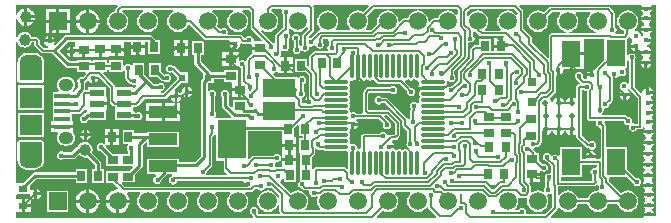
<source format=gtl>
%FSTAX23Y23*%
%MOIN*%
%SFA1B1*%

%IPPOS*%
%ADD12C,0.007900*%
%ADD14O,0.011800X0.082700*%
%ADD15O,0.082700X0.011800*%
%ADD16R,0.027600X0.035400*%
%ADD17R,0.033500X0.029500*%
%ADD18R,0.063000X0.085800*%
%ADD19R,0.063000X0.086600*%
%ADD20R,0.031500X0.023600*%
%ADD21R,0.035400X0.027600*%
%ADD22R,0.029500X0.033500*%
%ADD23R,0.031500X0.031500*%
%ADD24R,0.106300X0.059100*%
%ADD26R,0.047200X0.023600*%
%ADD27R,0.094500X0.039400*%
%ADD28R,0.094500X0.129900*%
%ADD29R,0.074800X0.070900*%
%ADD30R,0.053100X0.015700*%
%ADD31C,0.039400*%
%ADD32R,0.074800X0.062000*%
%ADD33R,0.074800X0.062000*%
%ADD62R,0.023600X0.023600*%
%ADD63C,0.006300*%
%ADD64C,0.010000*%
%ADD65R,0.059100X0.059100*%
%ADD66C,0.059100*%
%ADD67O,0.074800X0.047200*%
%ADD68O,0.049200X0.041300*%
%ADD69C,0.015200*%
%ADD70C,0.015700*%
%ADD71C,0.011800*%
%ADD72C,0.019700*%
%LNpcb1-1*%
%LPD*%
G36*
X02238Y00065D02*
X02237Y00065D01*
X02233Y00069*
X02232Y00067*
X02198*
X02198Y00066*
X02195Y00061*
X01891*
X01889Y00065*
X01909Y00086*
X01911Y00089*
X01912Y00092*
Y00093*
X01917Y00095*
X0192Y0009*
X01928Y00085*
X01936Y00081*
X01946Y0008*
X01955Y00081*
X01964Y00085*
X01971Y0009*
X01977Y00098*
X0198Y00106*
X02011*
X02015Y00098*
X0202Y0009*
X02028Y00085*
X02036Y00081*
X02046Y0008*
X02055Y00081*
X02064Y00085*
X02071Y0009*
X02077Y00098*
X0208Y00106*
X02111*
X02115Y00098*
X0212Y0009*
X02128Y00085*
X02136Y00081*
X02146Y0008*
X02155Y00081*
X02164Y00085*
X02171Y0009*
X02177Y00098*
X0218Y00106*
X02181Y00116*
X0218Y00125*
X02177Y00134*
X02171Y00141*
X02164Y00147*
X02155Y0015*
X02146Y00152*
X02136Y0015*
X02128Y00147*
X02123Y00143*
X02083Y00183*
Y00191*
X02082Y00193*
X02085Y00197*
X02086Y00198*
X02141*
X02163Y00176*
X02164Y00175*
X02167Y0017*
X02171Y00167*
X02176Y00166*
X02182Y00167*
X02186Y0017*
X02189Y00175*
X0219Y0018*
X02189Y00185*
X02186Y0019*
X02182Y00193*
X02176Y00194*
X02173Y00193*
X02142Y00223*
Y00297*
X02073*
Y00365*
X02073Y00369*
X02071Y00372*
X02068Y00375*
X02068Y00375*
X02067Y00379*
X0207Y00384*
X02132*
X02132Y00383*
X02133Y00378*
X02136Y00374*
X0214Y00371*
X02146Y0037*
X02146Y0037*
X02148Y00369*
X0215Y00365*
X02149Y00361*
X0215Y00356*
X02153Y00352*
X02158Y00349*
X02163Y00348*
X02168Y00349*
X02173Y00352*
X02175Y00355*
X02187*
X0219Y00355*
X02193Y00357*
X02195Y0036*
X02196Y00362*
X022Y00364*
X02202Y0036*
X02198Y00354*
X02197Y00352*
X02232*
X02231Y00354*
X02227Y0036*
X02225Y00362*
Y00368*
X02226Y00369*
X0223Y00374*
X0223Y00376*
X02213*
Y00386*
X0223*
X0223Y00388*
X02226Y00394*
Y00397*
X0223Y00403*
X0223Y00405*
X02213*
Y00415*
X0223*
X0223Y00417*
X02226Y00423*
X02224Y00424*
Y0043*
X02226Y00431*
X0223Y00437*
X0223Y00439*
X02213*
Y00449*
X0223*
X0223Y00451*
X02226Y00457*
X02223Y00459*
Y00465*
X02225Y00465*
X02229Y00471*
X02229Y00473*
X02212*
Y00478*
X02207*
Y00496*
X02205Y00495*
X02199Y00491*
X02195Y00485*
X02194Y00478*
X02194Y00477*
X02189Y00475*
X02168Y00496*
Y00585*
X02168Y00585*
X02171Y0059*
X02172Y00595*
X02171Y00601*
X02168Y00605*
X02164Y00608*
X02159Y00609*
X02153Y00608*
X02149Y00605*
X02147Y00602*
X02142Y00604*
Y00657*
X02142Y00657*
X02149Y00664*
X02154Y00662*
X02154Y00662*
X02155Y00659*
X02159Y00653*
X02161Y00652*
Y00646*
X0216Y00646*
X02156Y0064*
X02156Y00638*
X02173*
Y00633*
X02178*
Y00615*
X0218Y00616*
X02185Y00619*
X02188Y00618*
X02224*
X02224Y0062*
X0222Y00625*
X02214Y00629*
X02211Y0063*
Y00635*
X02214Y00636*
X0222Y0064*
X02224Y00646*
X02225Y00648*
X02207*
Y00658*
X02225*
X02224Y0066*
X0222Y00666*
X02218Y00667*
Y00673*
X0222Y00675*
X02224Y00681*
X02225Y00683*
X0219*
X02191Y00681*
X02195Y00675*
X02196Y00674*
X02196Y00669*
X02195Y00668*
X02194Y00667*
X02189Y00669*
X02188Y00673*
X02184Y00679*
X02179Y00683*
X02172Y00684*
X02171Y00684*
X02169Y00689*
X02171Y0069*
X02177Y00698*
X0218Y00706*
X02181Y00716*
X0218Y00725*
X02177Y00734*
X02171Y00741*
X02164Y00747*
X02155Y0075*
X02146Y00752*
X02136Y0075*
X02128Y00747*
X0212Y00741*
X02115Y00734*
X02111Y00725*
X0211Y00716*
X02111Y00706*
X02115Y00698*
X0212Y0069*
X02128Y00685*
X02134Y00682*
Y00675*
X02132Y00673*
X02106*
X02105Y00676*
X02104Y00678*
X02107Y00682*
X02108Y00687*
X02107Y00693*
X02104Y00697*
X02103Y00697*
Y0074*
X02103Y00744*
X02101Y00747*
X02086Y00762*
X02083Y00764*
X02079Y00764*
X01889*
X01886Y00764*
X01883Y00762*
X01866Y00745*
X01864Y00747*
X01855Y0075*
X01846Y00752*
X01836Y0075*
X01828Y00747*
X0182Y00741*
X01815Y00734*
X01811Y00725*
X0181Y00716*
X01811Y00706*
X01815Y00698*
X0182Y0069*
X01828Y00685*
X01836Y00681*
X01846Y0068*
X01855Y00681*
X01864Y00685*
X01871Y0069*
X01877Y00698*
X0188Y00706*
X01881Y00716*
X0188Y00725*
X01878Y0073*
X01893Y00746*
X01919*
X0192Y00743*
X0192Y00741*
X01915Y00734*
X01911Y00725*
X0191Y00716*
X01911Y00706*
X01915Y00698*
X0192Y0069*
X01928Y00685*
X01936Y00681*
X0194Y00681*
X0194Y00676*
X01891*
X01888Y00675*
X01885Y00673*
X01883Y0067*
X01882Y00666*
Y00595*
X01878Y00593*
X01826Y00645*
Y00659*
X01825Y00663*
X01823Y00666*
X01797Y00692*
Y00748*
X01796Y00752*
X01794Y00755*
X01783Y00766*
X01785Y0077*
X02189*
X02192Y00766*
X02191Y00764*
X0219Y00762*
X02225*
X02224Y00764*
X02223Y00766*
X02226Y0077*
X02238*
Y00065*
G37*
G36*
X01282Y00766D02*
X01263Y00747D01*
X01255Y0075*
X01246Y00752*
X01236Y0075*
X01228Y00747*
X0122Y00741*
X01215Y00734*
X01211Y00725*
X0121Y00716*
X01211Y00706*
X01215Y00698*
X0122Y00691*
X01218Y00686*
X01173*
X01172Y00691*
X01177Y00698*
X0118Y00706*
X01181Y00716*
X0118Y00725*
X01177Y00734*
X01171Y00741*
X01164Y00747*
X01155Y0075*
X01146Y00752*
X01136Y0075*
X01128Y00747*
X0112Y00741*
X01115Y00734*
X01111Y00725*
X0111Y00716*
X01111Y00706*
X01115Y00698*
X0112Y00691*
X01119Y00688*
X01118Y00686*
X01117Y00686*
X01114Y00684*
X01091Y0066*
X0109Y0066*
X01087Y00659*
X01082Y00662*
X01081Y00662*
X01081Y00664*
X01096Y0068*
X01098Y00683*
X01099Y00687*
Y0076*
X01098Y00764*
X01097Y00765*
X01099Y0077*
X0128*
X01282Y00766*
G37*
G36*
X01778Y00744D02*
Y00739D01*
X01773Y00738*
X01771Y00741*
X01764Y00747*
X01755Y0075*
X01746Y00752*
X01736Y0075*
X01728Y00747*
X0172Y00741*
X01715Y00734*
X01711Y00725*
X0171Y00716*
X01711Y00706*
X01715Y00698*
X0172Y0069*
X01722Y00689*
X0172Y00684*
X01671*
X01669Y00689*
X01671Y0069*
X01677Y00698*
X0168Y00706*
X01681Y00716*
X0168Y00725*
X01677Y00734*
X01671Y00741*
X01664Y00747*
X01655Y0075*
X01646Y00752*
X01636Y0075*
X01628Y00747*
X0162Y00741*
X01615Y00734*
X01614*
X0161Y00735*
Y00745*
X01623Y00758*
X01765*
X01778Y00744*
G37*
G36*
X01579Y00752D02*
Y00739D01*
X01574Y00737*
X01571Y00741*
X01564Y00747*
X01555Y0075*
X01546Y00752*
X01536Y0075*
X01528Y00747*
X0152Y00741*
X01515Y00734*
X01511Y00725*
X01501*
X01497Y00724*
X01494Y00722*
X01486Y00714*
X01481Y00717*
X0148Y00725*
X01477Y00734*
X01471Y00741*
X01464Y00747*
X01455Y0075*
X01446Y00752*
X01436Y0075*
X01428Y00747*
X0142Y00741*
X01415Y00734*
X01411Y00725*
X014*
X01397Y00724*
X01394Y00722*
X01386Y00714*
X01381Y00717*
X0138Y00725*
X01377Y00734*
X01371Y00741*
X01364Y00747*
X01355Y0075*
X01346Y00752*
X01336Y0075*
X01328Y00747*
X0132Y00741*
X01315Y00734*
X01311Y00725*
X0131Y00716*
X01311Y00708*
X01289Y00686*
X01273*
X01272Y00691*
X01277Y00698*
X0128Y00706*
X01281Y00716*
X0128Y00725*
X01277Y00734*
X013Y00757*
X01574*
X01579Y00752*
G37*
G36*
X00445Y00765D02*
X00439Y00759D01*
X00437Y00756*
X00436Y00753*
Y0075*
X00428Y00747*
X0042Y00741*
X00415Y00734*
X00411Y00725*
X0041Y00716*
X00411Y00706*
X00415Y00698*
X0042Y0069*
X00428Y00685*
X00436Y00681*
X00446Y0068*
X00455Y00681*
X00464Y00685*
X00471Y0069*
X00477Y00698*
X0048Y00706*
X00481Y00716*
X0048Y00725*
X00477Y00734*
X00471Y00741*
X00464Y00747*
X00461Y00748*
X00462Y00753*
X00529*
X0053Y00748*
X00528Y00747*
X0052Y00741*
X00515Y00734*
X00511Y00725*
X0051Y00716*
X00511Y00706*
X00515Y00698*
X0052Y0069*
X00528Y00685*
X00536Y00681*
X00546Y0068*
X00555Y00681*
X00564Y00685*
X00571Y0069*
X00577Y00698*
X0058Y00706*
X00581Y00716*
X0058Y00725*
X00577Y00734*
X00571Y00741*
X00564Y00747*
X00561Y00748*
X00562Y00753*
X00629*
X0063Y00748*
X00628Y00747*
X0062Y00741*
X00615Y00734*
X00611Y00725*
X0061Y00716*
X00611Y00706*
X00615Y00698*
X0062Y0069*
X00628Y00685*
X00636Y00681*
X00646Y0068*
X00655Y00681*
X00664Y00685*
X00671Y0069*
X00677Y00698*
X00678Y00702*
X00684Y00703*
X00732Y00656*
X00732Y00655*
X0073Y0065*
X00692*
Y00603*
X00701*
Y00576*
X00701Y00572*
X00704Y00568*
X00729Y00543*
Y00525*
X00726Y00522*
X00724Y00518*
X00723Y00514*
Y00268*
X00702Y00247*
X0065*
Y00258*
X00544*
Y00206*
X00569*
X00572Y00201*
X00572Y002*
X00568Y00197*
X00564Y00193*
X00563Y00187*
X00564Y00182*
X00568Y00177*
X00572Y00174*
X00578Y00173*
X00583Y00174*
X00587Y00177*
X00591Y00182*
X00591Y00185*
X00609Y00203*
X00611Y00206*
X00626*
X00627Y00201*
X00625Y002*
X00624Y00198*
X00622Y00196*
X0062Y00195*
X00617Y0019*
X00616Y00185*
X00617Y0018*
X0062Y00175*
X00625Y00172*
X0063Y00171*
X00636Y00172*
X0064Y00175*
X00643Y0018*
X00644Y00184*
X00863*
X00866Y0018*
X00865Y00178*
X00865Y00177*
X00881*
Y00167*
X00862*
X0086Y00164*
X00468*
X00459Y00174*
X00461Y00179*
X00504*
Y00206*
X00524Y00226*
X00527Y0023*
X00528Y00234*
Y00302*
X00539Y00314*
X00544Y00312*
Y00297*
X0065*
Y00348*
X00544*
Y00342*
X00501*
Y00354*
X00462*
Y00307*
X00478*
X00479Y00302*
X00479Y00302*
X00476Y00297*
X00475Y00292*
X00476Y00286*
X00478Y00283*
Y00273*
X00458*
X00457*
X00452Y00272*
X00452*
X0043*
X00406Y00296*
X00407Y00302*
X00408Y00303*
X00421*
Y00326*
X00403*
Y00311*
X00398Y00308*
X00395Y0031*
X0039Y00311*
X00384Y0031*
X0038Y00307*
X00377Y00302*
X00376Y00297*
X00377Y00291*
X0038Y00287*
X00384Y00284*
X00388Y00283*
X00406Y00264*
Y00233*
X00452*
X00454*
X00458Y00234*
X00459*
X00494*
X00496Y00229*
X00485Y00218*
X00458*
X00457*
X00452Y00217*
X00452*
X00406*
Y00177*
X00429*
X00446Y0016*
X00444Y00155*
X00435Y00154*
X00426Y0015*
X00417Y00144*
X00411Y00136*
X00407Y00126*
X00406Y00121*
X00485*
X00484Y00126*
X0048Y00136*
X00477Y0014*
X00479Y00145*
X00519*
X0052Y0014*
X00515Y00134*
X00511Y00125*
X0051Y00116*
X00511Y00106*
X00515Y00098*
X0052Y0009*
X00528Y00085*
X00536Y00081*
X00546Y0008*
X00555Y00081*
X00564Y00085*
X00571Y0009*
X00577Y00098*
X0058Y00106*
X00581Y00116*
X0058Y00125*
X00577Y00134*
X00571Y0014*
X00573Y00145*
X00619*
X0062Y0014*
X00615Y00134*
X00611Y00125*
X0061Y00116*
X00611Y00106*
X00615Y00098*
X0062Y0009*
X00628Y00085*
X00636Y00081*
X00646Y0008*
X00655Y00081*
X00664Y00085*
X00671Y0009*
X00677Y00098*
X0068Y00106*
X00681Y00116*
X0068Y00125*
X00677Y00134*
X00671Y0014*
X00673Y00145*
X00719*
X0072Y0014*
X00715Y00134*
X00711Y00125*
X0071Y00116*
X00711Y00106*
X00715Y00098*
X0072Y0009*
X00728Y00085*
X00736Y00081*
X00746Y0008*
X00755Y00081*
X00764Y00085*
X00771Y0009*
X00777Y00098*
X0078Y00106*
X00781Y00116*
X0078Y00125*
X00777Y00134*
X00771Y0014*
X00773Y00145*
X00819*
X0082Y0014*
X00815Y00134*
X00811Y00125*
X0081Y00116*
X00811Y00106*
X00815Y00098*
X0082Y0009*
X00828Y00085*
X00836Y00081*
X00846Y0008*
X00855Y00081*
X00864Y00085*
X00871Y0009*
X00877Y00098*
X0088Y00106*
X00881Y00116*
X0088Y00125*
X00877Y00134*
X00871Y0014*
X00873Y00145*
X00888*
X00892Y00146*
X00895Y00148*
X00903Y00156*
X00912*
X00913Y00155*
X00917Y00152*
X00922Y00151*
X00928Y00152*
X00932Y00155*
X00935Y0016*
X00941Y00162*
X00943Y0016*
X00948Y00159*
X00953Y0016*
X00957Y00163*
X00984Y00136*
Y00128*
X00979Y00127*
X00977Y00134*
X00971Y00141*
X00964Y00147*
X00955Y0015*
X00946Y00152*
X00936Y0015*
X00928Y00147*
X0092Y00141*
X00915Y00134*
X00911Y00125*
X0091Y00116*
X00911Y00106*
X00915Y00098*
X0092Y0009*
X00928Y00085*
X00936Y00081*
X00946Y0008*
X00955Y00081*
X00964Y00085*
X00971Y0009*
X00977Y00098*
X00979Y00104*
X00984Y00103*
Y00083*
X00985Y00079*
X00986Y00078*
X00984Y00073*
X00917*
X00913Y00077*
X00913Y00077*
X00914Y00083*
X00913Y00088*
X0091Y00093*
X00906Y00096*
X009Y00097*
X00895Y00096*
X0089Y00093*
X00887Y00088*
X00886Y00083*
X00887Y00077*
X0089Y00073*
X00892Y00072*
X00892Y00071*
X00894Y00068*
X00897Y00065*
X00895Y00061*
X00106*
Y00079*
X00126*
Y00101*
Y00123*
X00106*
Y00137*
X00109Y0014*
X00111*
X00148*
X00152*
X00154Y00136*
X00154Y00134*
X00158Y00128*
X00164Y00124*
X00166Y00124*
Y00141*
Y00158*
X00164Y00158*
X00158Y00154*
X00157Y00153*
X00152Y00155*
Y00169*
X00173Y00189*
X00305*
Y00177*
X00344*
Y00224*
X00305*
Y00212*
X00168*
X00164Y00211*
X0016Y00208*
X00128Y00176*
X00111*
X00109*
X00106Y00179*
Y00645*
X00111Y00646*
X00113Y00641*
X00117Y00636*
X00122Y00631*
X00128Y00629*
X00135Y00628*
X00142Y00629*
X00148Y00631*
X00153Y00636*
X00157Y00641*
X00159Y00645*
X00167*
Y00637*
X00168Y00633*
X0017Y0063*
X00188Y00612*
X00191Y0061*
X00195Y00609*
X00227*
X00273Y00564*
X00276Y00561*
X00281Y0056*
X00308*
Y00546*
X00337*
X00339Y00541*
X00328Y0053*
X00325Y00531*
X00319Y0053*
X00315Y00527*
X00312Y00522*
X00311Y00517*
X00312Y00511*
X00314Y00509*
Y00495*
X00304Y00485*
X00301Y00482*
X00301Y00479*
X00299Y00479*
X00296Y00482*
X00296Y00484*
X003Y00489*
X00303Y00496*
X00304Y00503*
X00303Y0051*
X003Y00516*
X00296Y00522*
X00291Y00526*
X00284Y00529*
X00277Y0053*
X00269*
X00262Y00529*
X00256Y00526*
X0025Y00522*
X00246Y00516*
X00243Y0051*
X00242Y00503*
X00243Y00496*
X00246Y00489*
X00249Y00485*
X00247Y0048*
X00228*
Y00453*
Y00427*
Y00382*
X00224*
Y00369*
X0026*
X00297*
Y00382*
X00293*
Y00405*
X00315*
X00318Y00406*
X00322Y00408*
X00336Y00422*
X00341Y00421*
X00343Y00419*
X00342Y00414*
X00341Y00414*
X00337Y00411*
X0033Y00405*
X00327Y00404*
X00322Y00401*
X00319Y00396*
X00318Y00391*
X00319Y00385*
X00322Y00381*
X00327Y00378*
X00332Y00377*
X00338Y00378*
X00342Y00381*
X00343Y00382*
X00347Y00386*
X00406*
Y00419*
X0041*
Y00436*
X00376*
Y00446*
X0041*
Y00463*
X00406*
Y00496*
X00347*
Y00488*
X00338*
X00336Y0049*
Y00509*
X00338Y00511*
X00338Y00514*
X00342Y00518*
X00348Y00517*
X0035Y00513*
X00356Y00509*
X00358Y00509*
Y00526*
X00368*
Y00509*
X0037Y00509*
X00376Y00513*
X00379Y00519*
X00381Y00524*
X00385Y00526*
X00418Y00494*
Y00451*
X00419Y00447*
X00421Y00444*
X0043Y00434*
X00433Y00432*
X00437Y00432*
X00437Y00431*
Y00423*
Y00418*
Y00386*
X00496*
X00501Y00388*
X00502Y00388*
X00506*
X00508Y00386*
X00514Y00385*
X00519Y00386*
X00524Y00389*
X00527Y00393*
X00528Y00399*
X00527Y00404*
X00524Y00409*
X00519Y00412*
X00514Y00413*
X00508Y00412*
X00506Y00411*
X00505Y00411*
X00502Y00414*
X00498Y00415*
X00496Y00416*
Y00421*
Y00427*
X005Y00431*
X00505*
X00509Y00432*
X00512Y00434*
X00535Y00457*
X00601*
X00605Y00458*
X00608Y0046*
X00618Y0047*
X00619Y0047*
X00635*
Y00486*
X00635Y00487*
X00657Y00509*
X00678*
Y00545*
X00656*
X00635Y00565*
X00632Y00567*
X00629Y00567*
X00629Y00568*
X00624Y00571*
X00619Y00572*
X00613Y00571*
X00609Y00568*
X00606Y00564*
X00605Y00558*
X00606Y00553*
X00609Y00548*
X00612Y00546*
X00613Y00545*
X00612Y00541*
X00609Y00541*
X00604Y0054*
X00601Y00538*
X006*
X00589Y00549*
Y00577*
X0055*
Y00529*
X00577*
X00588Y00519*
X00591Y00517*
X00596Y00516*
X00601*
X00604Y00514*
X00609Y00513*
X00615Y00514*
X00619Y00517*
X00622Y00522*
X00624Y00527*
X00622Y00533*
X00619Y00537*
X00616Y00539*
X00615Y0054*
X00617Y00545*
X00619Y00544*
X00624Y00545*
X00627Y00547*
X00642Y00531*
Y00523*
X00597Y00477*
X00591*
X00591Y00482*
X00594Y00483*
X00598Y00486*
X00601Y00491*
X00602Y00496*
X00601Y00501*
X00598Y00506*
X00594Y00509*
X00588Y0051*
X00583Y00509*
X0058Y00507*
X00564*
X00548Y00523*
X00534Y00537*
Y00577*
X00495*
Y00572*
X00492Y00571*
X0049Y00571*
X00486Y00573*
X0048Y00574*
X00475Y00573*
X0047Y0057*
X00468Y00567*
X00463Y00569*
Y00587*
X00416*
Y00575*
X00411*
Y00586*
X00363*
Y00582*
X00356*
Y00585*
X00308*
Y00583*
X00285*
X0025Y00618*
X00279Y00647*
X003*
X00304Y00645*
Y00642*
Y00632*
X003Y0063*
X00299Y00631*
X00297Y00631*
Y00614*
Y00596*
X00299Y00597*
X00301Y00598*
X00304Y00597*
X00327*
Y00621*
X00337*
Y00597*
X0036*
Y00598*
X00382*
Y00622*
X00392*
Y00598*
X00415*
Y00599*
X00435*
Y00622*
X0044*
Y00627*
X00467*
Y00646*
X00472Y00647*
X00488*
Y00635*
X00511*
X00535*
Y00647*
X00547*
Y00606*
X00586*
Y00654*
X00574*
X00561Y00666*
X00557Y00669*
X00553Y0067*
X00274*
X0027Y00669*
X00266Y00666*
X00236Y00636*
X00232Y00639*
X00234Y00643*
X00235Y00645*
X002*
X00201Y00643*
X00205Y00637*
X00211Y00633*
X00213Y00633*
X00213Y00628*
X00199*
X00186Y00641*
Y0065*
X00185Y00654*
X00183Y00657*
X00179Y0066*
X00176Y00662*
X00173Y00663*
X00159*
X00157Y00667*
X00153Y00672*
X00148Y00676*
X00142Y00679*
X00135Y0068*
X00128Y00679*
X00122Y00676*
X00117Y00672*
X00113Y00667*
X00111Y00662*
X00106Y00663*
Y00722*
X0011Y00723*
X00113Y00715*
X00118Y00709*
X00124Y00704*
X00132Y00701*
X00134Y00701*
Y0073*
Y0076*
X00132Y00759*
X00124Y00756*
X00118Y00751*
X00113Y00745*
X0011Y00738*
X00106Y00739*
Y0077*
X00443*
X00445Y00765*
G37*
G36*
X01079Y00693D02*
X0108Y0069D01*
X01062Y00672*
X0106Y00669*
X01059Y00665*
Y00638*
X01058Y00638*
X01056Y00634*
X01052Y00635*
X01051Y00635*
Y00654*
X01052Y00656*
X01053Y00661*
X01052Y00666*
X01049Y00671*
X01044Y00674*
X01039Y00675*
X01034Y00674*
X01029Y00671*
X01026Y00666*
X01025Y00661*
X01026Y00656*
X01029Y00651*
X01032Y00649*
Y00631*
X01032Y00631*
X01029Y00626*
X01028Y00621*
X01029Y00615*
X01032Y00611*
X01036Y00608*
X01042Y00607*
X01047Y00608*
X01052Y00611*
X01054Y00615*
X01055Y00616*
X0106Y00617*
X01063Y00615*
X01068Y00614*
X01074Y00615*
X01078Y00618*
X01082Y00622*
X01083Y00628*
Y00628*
X01087Y00632*
X0109Y00631*
X01095Y00633*
X01099Y00635*
X01102Y00635*
X01104Y00634*
X01105Y00633*
X01108Y00628*
X01112Y00625*
X01118Y00624*
X01123Y00625*
X01128Y00628*
X01131Y00633*
X01132Y00638*
X01131Y00644*
X01128Y00648*
X01128Y00653*
X0113Y00655*
X01146*
X01147Y00654*
X01149Y0065*
X01149Y00648*
Y00638*
X01148Y00638*
X01145Y00633*
X01144Y00628*
X01145Y00623*
X01146Y00621*
X01143Y00616*
X01102*
X01098Y00615*
X01095Y00613*
X01086Y00604*
X01084Y00601*
X01083Y00597*
Y0057*
X01078Y00568*
X01076Y00569*
Y00591*
X01035*
Y00546*
X01072*
X01082Y00536*
Y00466*
X01077Y00465*
X01072Y00461*
X01068Y00455*
X01067Y00453*
X01084*
Y00443*
X01065*
X01064Y00442*
X01059Y00444*
Y00452*
X01058Y00456*
Y00456*
X0106Y0046*
X01061Y00461*
X01063Y00462*
X01067Y00465*
X0107Y00469*
X01071Y00474*
X0107Y0048*
X01067Y00484*
X01067Y00484*
Y00508*
X01069Y00509*
X01072Y00514*
X01073Y00519*
X01072Y00524*
X01069Y00529*
X01064Y00532*
X01059Y00533*
X01054Y00532*
X01049Y00529*
X01048Y00527*
X01043Y00529*
X00974*
X00964Y00539*
X00964Y0054*
X00966Y00544*
X0097Y00545*
X00975Y00548*
X0098Y00546*
Y00542*
X00999*
Y00568*
Y00595*
X00989*
X00987Y00599*
X00987Y006*
X00988Y00603*
X00989Y00607*
Y00618*
X00994Y0062*
X00997Y00618*
X01002Y00617*
X01008Y00618*
X01012Y00621*
X01013Y00623*
X01013Y00623*
X01015Y00626*
X01016Y0063*
Y0063*
X01016Y00631*
X01016Y00633*
Y00658*
X01017Y00658*
X0102Y00663*
X01021Y00668*
X0102Y00673*
X01017Y00678*
X01016Y00679*
X01015Y00679*
X01015Y00681*
X01015Y00685*
X01015Y00686*
X01015Y00689*
X01018Y0069*
X01021Y0069*
X01028Y00685*
X01036Y00681*
X01046Y0068*
X01055Y00681*
X01064Y00685*
X01071Y0069*
X01074Y00695*
X01079Y00693*
G37*
G36*
X00993Y00753D02*
X00992Y00748D01*
X00993Y00743*
X00996Y00738*
X00997Y00738*
Y00696*
X00995Y00696*
X00992Y00694*
X00973Y00674*
X00971Y00671*
X00971Y00668*
Y00645*
X00966Y00643*
X00963Y00644*
X0096Y00645*
X00924Y00681*
X00927Y00685*
X00928Y00685*
X00936Y00681*
X00946Y0068*
X00955Y00681*
X00964Y00685*
X00971Y0069*
X00977Y00698*
X0098Y00706*
X00981Y00716*
X0098Y00725*
X00977Y00734*
X00971Y00741*
X00964Y00747*
X00958Y00749*
X00957Y00754*
X00961Y00758*
X00991*
X00993Y00753*
G37*
G36*
X00888Y00748D02*
Y00695D01*
X00889Y00691*
X00891Y00688*
X00925Y00654*
X00923Y0065*
X00901*
X00898Y00653*
X00897Y00659*
X00894Y00663*
X0089Y00666*
X00884Y00667*
X00879Y00666*
X00874Y00663*
X00872Y0066*
X00867Y0066*
X00858Y00669*
X00855Y00671*
X00852Y00671*
X00814*
X00811Y00676*
X00812Y0068*
X00811Y00685*
X00808Y0069*
X00803Y00693*
X00798Y00694*
X00792Y00693*
X00788Y0069*
X00783Y00692*
X00777Y00698*
X0078Y00706*
X00781Y00716*
X0078Y00725*
X00777Y00734*
X00771Y00741*
X00764Y00747*
X00761Y00748*
X00762Y00753*
X00829*
X0083Y00748*
X00828Y00747*
X0082Y00741*
X00815Y00734*
X00811Y00725*
X0081Y00716*
X00811Y00706*
X00815Y00698*
X0082Y0069*
X00828Y00685*
X00836Y00681*
X00846Y0068*
X00855Y00681*
X00864Y00685*
X00871Y0069*
X00877Y00698*
X0088Y00706*
X00881Y00716*
X0088Y00725*
X00877Y00734*
X00871Y00741*
X00864Y00747*
X00861Y00748*
X00862Y00753*
X00883*
X00888Y00748*
G37*
G36*
X0202Y00743D02*
X0202Y00741D01*
X02015Y00734*
X02011Y00725*
X0201Y00716*
X02011Y00706*
X02015Y00698*
X0202Y0069*
X02028Y00685*
X02036Y00681*
X0204Y00681*
X0204Y00676*
X01952*
X01951Y00681*
X01955Y00681*
X01964Y00685*
X01971Y0069*
X01977Y00698*
X0198Y00706*
X01981Y00716*
X0198Y00725*
X01977Y00734*
X01971Y00741*
X01972Y00743*
X01973Y00746*
X02019*
X0202Y00743*
G37*
G36*
X01636Y00681D02*
X01639Y00681D01*
X01652Y00668*
X01655Y00666*
X01659Y00665*
X01732*
Y00665*
X01729Y0066*
X01729*
Y00633*
X01724*
Y00628*
X017*
Y00615*
X01688*
Y00656*
X01649*
Y00637*
X01637*
X01634Y00636*
X01631Y00634*
X01623Y00626*
X01621Y00623*
X0162Y00619*
Y00593*
X01616Y00589*
X01615Y00588*
X01582Y00555*
X0158Y00552*
X01579Y00548*
Y00518*
X0156Y00499*
X01557Y00499*
X01552Y00498*
X01551Y00498*
X01547Y00499*
X01546Y005*
X01543Y00504*
X01542Y00507*
X01542Y00508*
X01543Y00513*
X01542Y00516*
X01547Y00518*
X01548Y00516*
X01553Y00513*
X01558Y00512*
X01563Y00513*
X01568Y00516*
X01571Y00521*
X01572Y00526*
X01571Y00531*
X01568Y00536*
X01567Y00536*
Y00549*
X01579Y00561*
X0158Y00562*
X01605Y00586*
X01605Y00587*
X0161Y00592*
X01612Y00595*
X01613Y00599*
Y00642*
X01618Y00645*
X01621Y00644*
X01626Y00645*
X01631Y00648*
X01634Y00653*
X01635Y00658*
X01634Y00664*
X01631Y00668*
X01628Y0067*
Y0068*
X01632Y00683*
X01636Y00681*
G37*
G36*
X00738Y00653D02*
X00816D01*
X00819Y00648*
X00818Y00647*
X00818Y00645*
X00835*
Y0064*
X0084*
Y00623*
X00842Y00623*
X00848Y00627*
X00852Y00633*
X00853Y0064*
X00853Y0064*
X00855Y00642*
X00858Y00643*
X0086Y00642*
X00864Y00641*
X00878*
X00879Y0064*
X00884Y00639*
X00887Y0064*
X00892Y00636*
Y00631*
X0092*
Y00621*
X00892*
Y00608*
X00891Y00608*
X00877Y00593*
X00875Y0059*
X00874Y00587*
Y00585*
X00874Y00585*
X00869Y00583*
X00866Y00585*
X00861Y00586*
X00855Y00585*
X00854Y00584*
X00849Y00587*
Y00613*
X00827*
Y00589*
Y00566*
X00848*
X00851Y00562*
X00855Y00559*
X00857Y00559*
Y00538*
X00857Y00537*
Y00518*
X00857Y00516*
X00857Y00516*
Y00487*
Y00464*
X00877*
X00878Y0046*
X0088Y00458*
X00879Y00455*
X00876Y00452*
X00829*
Y00431*
X00824Y00429*
X00815Y00438*
Y00464*
X00817Y00467*
X00818Y00472*
X00817Y00477*
X00814Y00482*
X0081Y00485*
X00804Y00486*
X00799Y00485*
X00794Y00482*
X00791Y00477*
X0079Y00472*
X00791Y00467*
X00793Y00464*
Y00433*
X00794Y00429*
X00796Y00425*
X00823Y00398*
X00821Y00393*
X00773*
X0077Y00398*
X00773Y00401*
X00774Y00407*
X00773Y00412*
X00771Y00415*
Y00465*
X00772Y00466*
X00773Y00472*
X00772Y00477*
X00769Y00482*
X00764Y00485*
X00759Y00486*
X00754Y00485*
X0075Y00483*
X00746Y00484*
X00745Y00485*
Y00509*
X00765*
Y00523*
X00798*
Y00514*
X00821*
X00825Y00511*
Y00492*
X00847*
Y00513*
X00845Y00514*
Y00554*
X00798*
Y00545*
X00757*
Y00546*
X00755Y00549*
X00723Y00581*
Y00603*
X00732*
Y0065*
X00733Y00651*
X00735Y00653*
X00738Y00653*
G37*
G36*
X02067Y00585D02*
X0204Y00558D01*
X02038Y00555*
Y00555*
X02033Y00553*
X02032Y00554*
X0203Y00554*
Y00537*
X02025*
Y00532*
X02008*
X02008Y0053*
X02009Y00528*
X02007Y00523*
X02001*
X01995Y00529*
X01996Y00534*
X01995Y00539*
X01992Y00544*
X01988Y00547*
X01982Y00548*
X01977Y00547*
X01972Y00544*
X01969Y00539*
X01968Y00534*
X01969Y00529*
X01972Y00524*
X01977Y00521*
X01987Y00511*
X01985Y00506*
X01983*
X0198Y00505*
X01977Y00503*
X01976Y00503*
X01974Y005*
X01974Y00496*
Y00462*
X01969Y00459*
X01966Y00461*
X01963Y00462*
Y00443*
X01953*
Y00462*
X0195Y00461*
X01944Y00457*
X01939Y0045*
X01939Y00448*
X01934*
X01933Y0045*
X01929Y00457*
X01922Y00461*
X0192Y00462*
Y00443*
X0191*
Y00462*
X01907Y00461*
X019Y00457*
X01896Y0045*
X01895Y00448*
X0189*
X0189Y0045*
X01886Y00457*
X01885Y00458*
X01904Y00477*
X01906Y0048*
X01907Y00483*
Y00533*
X01908Y00535*
Y00554*
X01918*
Y00537*
X0192Y00537*
X01926Y00541*
X0193Y00547*
X01931Y00554*
X01932Y00555*
X01952*
Y00608*
X01957*
Y00613*
X01998*
Y00657*
X02067*
Y00585*
G37*
G36*
X02149Y00584D02*
Y00509D01*
X02144Y00507*
X02143Y0051*
X02138Y00513*
X02133Y00514*
X02127Y00513*
X02123Y0051*
X0212Y00505*
X02118Y005*
X0212Y00494*
X02123Y0049*
X02124Y00489*
Y00483*
X02123Y00482*
X02119Y00476*
X02118Y00475*
X02152*
X02152Y00476*
X02148Y00482*
X02144Y00485*
X02143Y00487*
X02145Y0049*
X02145Y0049*
X0215Y00489*
X02152Y00485*
X02178Y0046*
Y00373*
X02169*
X02168Y00374*
X02163Y00375*
X02162Y00375*
X02161Y00376*
X02159Y00379*
X02159Y00383*
X02158Y00389*
X02155Y00393*
X02151Y00396*
X02146Y00397*
X02145Y00397*
X02143Y004*
X0214Y00402*
X02136Y00402*
X02062*
X0206Y00407*
X0206Y00408*
Y00409*
X02061Y00409*
X02064Y00414*
X02066Y00419*
X02065Y00421*
X0207Y00425*
X02071Y00425*
X02076Y00426*
X02081Y00429*
X02084Y00433*
X02085Y00439*
X02085Y00439*
X02092Y00447*
X02094Y0045*
X02095Y00453*
Y0052*
X02099Y00523*
X02099Y00523*
X02106Y00525*
X02112Y00529*
X02116Y00534*
X02121Y00533*
X02121Y00533*
X02127Y00532*
X02132Y00533*
X02137Y00536*
X0214Y00541*
X02141Y00546*
X0214Y00551*
X02137Y00556*
X02137Y00557*
X02139Y00561*
X02142*
Y00583*
X02147Y00586*
X02149Y00584*
G37*
G36*
X01251Y00515D02*
X01252Y00515D01*
X01257Y00519*
X0126Y00519*
X01261Y00519*
X01265Y00518*
X0127Y00519*
X01274Y00522*
X01276*
X0128Y00519*
X01285Y00518*
X0129Y00519*
X01291Y0052*
X01292Y0052*
X01295Y00521*
X01298Y00519*
X01298Y00518*
X01308Y00509*
X01311Y00507*
X01315Y00506*
X01385*
X0141Y00481*
X0141Y0048*
X01411Y00475*
X01414Y0047*
X01418Y00467*
X01424Y00466*
X01429Y00467*
X01433Y0047*
X01436Y00475*
X01437Y0048*
X01436Y00486*
X01433Y0049*
X01429Y00493*
X01424Y00494*
X01423Y00494*
X01404Y00513*
X01405Y00519*
X01408Y00519*
X01412Y00522*
X01414*
X01418Y00519*
X01423Y00518*
X01427Y00519*
X01431Y00522*
X01434*
X01438Y00519*
X01442Y00518*
X01444Y00519*
X01448Y00514*
X01448Y00513*
X01449Y00508*
X01449Y00507*
X01449Y00504*
X01445Y00499*
X01445Y00498*
X01496*
Y00488*
X01445*
X01445Y00487*
X01449Y00481*
X01449Y00478*
X01449Y00478*
X01448Y00473*
X01449Y00469*
X01452Y00465*
Y00462*
X01449Y00458*
X01448Y00453*
X01449Y00449*
X0145Y00447*
X01451Y00445*
X0145Y00442*
X01449Y00442*
X01444Y00442*
X01442Y00444*
X01438Y00447*
X01433Y00448*
X01427Y00447*
X01423Y00444*
X0142Y00439*
X01419Y00434*
X0142Y00429*
X01423Y00424*
X01421Y0042*
X0142Y00419*
X01419Y00415*
Y00391*
X01418Y0039*
X01414Y00391*
X01412Y00392*
X0141Y00394*
X01346Y00458*
X01343Y00461*
X0134Y00461*
X01325*
X01324Y00462*
X0132Y00465*
X01315Y00466*
X01309Y00465*
X01305Y00462*
X01302Y00457*
X01301Y00452*
X01302Y00447*
X01305Y00442*
X01309Y00439*
X01315Y00438*
X0132Y00439*
X01324Y00442*
X01325Y00443*
X01336*
X01394Y00384*
Y00371*
X01395Y00367*
X01397Y00364*
X01411Y0035*
Y00316*
X01411Y00316*
X01408Y00311*
X01407Y00306*
X01408Y003*
X0141Y00297*
X01409Y00292*
X01409Y00291*
X01406Y0029*
X01403Y0029*
X01398Y00289*
X01397Y00288*
X01393Y00287*
X0139Y00288*
X01388Y00289*
X01383Y0029*
X01379Y00289*
X01377Y00288*
X01374Y00287*
X0137Y00288*
X01368Y00289*
X01365Y0029*
X01365Y00291*
X01365Y00293*
X01348*
Y00303*
X01365*
X01365Y00305*
X01361Y0031*
X0136Y00311*
X01359Y00317*
X01362Y0032*
X01371*
X01375Y0032*
X01378Y00322*
X01386Y0033*
X01388Y00333*
X01388Y00337*
Y00378*
X01388Y00381*
X01386Y00384*
X01352Y00418*
X01349Y0042*
X01346Y0042*
X01282*
X01281Y00422*
Y00473*
X01285Y00477*
X01353*
X01354Y00476*
X01358Y00473*
X01363Y00472*
X01369Y00473*
X01373Y00476*
X01376Y00481*
X01377Y00486*
X01376Y00491*
X01373Y00496*
X01369Y00499*
X01363Y005*
X01358Y00499*
X01354Y00496*
X01353Y00495*
X01281*
X01277Y00495*
X01274Y00493*
X01265Y00483*
X01263Y0048*
X01262Y00477*
Y00418*
X01263Y00414*
X01264Y00413*
X01261Y00408*
X01241*
X0124Y00409*
X01236Y00412*
X01231Y00413*
X01225Y00412*
X01225Y00411*
X0122Y00414*
X01219Y00419*
X01217Y00423*
Y00425*
X01219Y00429*
X0122Y00434*
X01219Y00438*
X01218Y0044*
X01217Y00444*
X01218Y00447*
X01219Y00449*
X0122Y00453*
X01219Y00458*
X01217Y00462*
Y00465*
X01219Y00469*
X0122Y00473*
X01219Y00478*
X01218Y00479*
X01217Y00483*
X01218Y00487*
X01219Y00488*
X0122Y00493*
X01219Y00497*
X01218Y00499*
X01217Y00503*
X01218Y00506*
X01219Y00508*
X0122Y00513*
X0122Y00514*
X01224Y00519*
X01226Y00518*
X01231Y00519*
X01231Y00519*
X01234Y00519*
X01239Y00515*
X01241Y00515*
Y00566*
X01251*
Y00515*
G37*
G36*
X00416Y00548D02*
X00443D01*
X00446Y00547*
X00449Y00548*
X00463*
Y0055*
X00468Y00551*
X00471Y00549*
Y00526*
X00472Y00522*
X00474Y00519*
X00484Y00509*
X00487Y00507*
X0049Y00506*
X00491*
X00491Y00506*
X00496Y00503*
X00501Y00502*
X00505Y00502*
X00507Y00498*
X00501Y00492*
X00496Y00494*
Y00496*
X00441*
X00437Y00498*
X00436Y00501*
X00436Y00502*
X00434Y00505*
X00396Y00542*
X00398Y00547*
X00411*
Y00554*
X00416*
Y00548*
G37*
G36*
X0137Y00374D02*
Y00341D01*
X01367Y00338*
X01355*
X01351Y00338*
X01348Y00336*
X01343Y00337*
X01343Y00337*
X0134Y00342*
X01335Y00345*
X0133Y00346*
X01325Y00345*
X0132Y00342*
X0132Y00341*
X01265*
X01262Y0034*
X01259Y00338*
X01257Y00335*
X01256Y00332*
Y00292*
X01251Y00289*
X0125Y00289*
X01246Y0029*
X01243Y00295*
X01242Y00299*
X01239Y00303*
X01235Y00306*
X01229Y00307*
X01224Y00306*
X01223Y00306*
X0122Y00307*
X01219Y0031*
X01219Y00311*
X0122Y00316*
X01219Y0032*
X01218Y00322*
X01217Y00326*
X01218Y00329*
X01219Y00331*
X0122Y00335*
X01219Y0034*
X01218Y00342*
X01217Y00345*
X01218Y00349*
X01219Y0035*
X0122Y00351*
X01221Y00355*
X01223*
Y00372*
X01228*
Y00377*
X01245*
X01245Y00379*
X01242Y00384*
X01241Y00385*
X01242Y00387*
X01243Y00389*
X01316*
X0133Y00375*
X0133Y00375*
X01329Y00369*
X0133Y00364*
X01333Y00359*
X01337Y00356*
X01342Y00355*
X01348Y00356*
X01352Y00359*
X01355Y00364*
X01356Y00369*
X01355Y00375*
X01352Y00379*
X0135Y0038*
X01349Y00382*
X01334Y00397*
X01336Y00402*
X01342*
X0137Y00374*
G37*
G36*
X01049Y00368D02*
Y00334D01*
X01062*
Y00326*
X01051*
Y00278*
X01053Y00278*
Y00231*
Y00231*
X01054Y00227*
Y00184*
X0105Y00181*
X01047Y00177*
X01046Y00172*
X01047Y00166*
X0105Y00162*
X01055Y00159*
X0106Y00158*
X01061Y00158*
X01064Y00155*
X01067Y00153*
X01071Y00152*
X01081*
X01084Y00147*
X01084Y00144*
X01085Y00139*
X01088Y00134*
X01093Y00131*
X01098Y0013*
X01103Y00131*
X01108Y00134*
X01112Y00131*
X01113Y0013*
X01111Y00125*
X0111Y00116*
X01111Y00106*
X01115Y00098*
X0112Y0009*
X01121Y0009*
X01119Y00085*
X01072*
X0107Y0009*
X01071Y0009*
X01077Y00098*
X0108Y00106*
X01081Y00116*
X0108Y00125*
X01077Y00134*
X01071Y00141*
X01064Y00147*
X01055Y0015*
X01046Y00152*
X01036Y0015*
X01028Y00147*
X01022Y00143*
X00987Y00178*
X00988Y00184*
X00991Y00186*
X00994Y0019*
X00999Y00189*
Y00179*
X01038*
Y00227*
X01041*
Y00249*
X01017*
X00993*
Y00231*
X00977*
X00973Y0023*
X00973Y00229*
X00969Y00232*
X00969Y00233*
X0097Y00238*
X00969Y00241*
X00972Y00245*
X00973Y00246*
X00975Y00245*
X0098Y00246*
X00985Y00249*
X00988Y00254*
X00989Y00259*
X00988Y00264*
X00985Y00269*
X0098Y00272*
X00975Y00273*
X00969Y00272*
X00965Y00269*
X00965Y00268*
X00901*
X00898Y00268*
X00895Y00266*
X00884Y00255*
X00879Y00257*
Y0035*
X00994*
Y00334*
X00992Y0033*
Y00307*
X01016*
X0104*
Y0033*
X01036*
X01033Y00334*
Y00359*
X01044Y0037*
X01049Y00368*
G37*
G36*
X01998Y00487D02*
X02003Y00484D01*
X02008Y00483*
X02011Y00481*
Y00393*
X02011Y00389*
X02013Y00386*
X02016Y00384*
X0202Y00384*
X02038*
X02041Y00379*
X0204Y00375*
X02041Y0037*
X02044Y00365*
X02049Y00362*
X02054Y00361*
X02055Y00356*
Y00259*
X0205Y00255*
X02044*
X02041Y0026*
X02041Y0026*
X02007*
X02007Y0026*
X02004Y00255*
X01994*
Y00295*
X01919*
Y0027*
X01914Y00268*
X01914Y00268*
X0191Y00271*
X01904Y00272*
X01899Y00271*
X01894Y00268*
X01894Y00268*
X01889Y00269*
X01887Y00272*
X01882Y00275*
X01877Y00276*
X01872Y00275*
X01867Y00272*
X01864Y00267*
X01863Y00262*
X01864Y00256*
X01867Y00252*
X01872Y00249*
X01873Y00249*
X01891Y00231*
Y00212*
X01886Y00208*
X01883Y00209*
X01878Y00208*
X01874Y00205*
X01871Y002*
X0187Y00195*
X01871Y0019*
X01872Y00188*
X01871Y00187*
X0187Y00183*
Y00163*
X0187Y00162*
X01867Y00158*
X01866Y00153*
X01866Y00151*
X01866Y00151*
X01862Y00148*
X01855Y0015*
X01846Y00152*
X01836Y0015*
X01829Y00147*
X01826Y00148*
X01824Y0015*
Y00165*
X01823Y00168*
X01821Y00171*
X01817Y00175*
X01819Y0018*
X0182*
Y00205*
X01825*
Y0021*
X01852*
Y00215*
X01852Y00216*
X01857Y00218*
X0186Y00216*
X01865Y00214*
X01871Y00216*
X01875Y00219*
X01878Y00223*
X01879Y00228*
X01878Y00234*
X01875Y00238*
X01871Y00241*
X01865Y00242*
X0186Y00241*
X0186Y00241*
X01848Y00253*
Y00277*
X01839*
X01838Y00279*
X01836Y00283*
X01831Y00288*
X01833Y00293*
X01833*
X01837Y00296*
X01838Y00297*
X01842*
X01845Y00297*
X01848Y00299*
X01857Y00308*
X01859Y00311*
X0186Y00315*
Y00316*
X0186Y00316*
Y00335*
X01865Y00337*
X01867Y00337*
Y00356*
X01877*
Y00337*
X01879Y00338*
X01886Y00342*
X0189Y00348*
X0189Y0035*
X01896*
X01896Y00348*
X019Y00342*
X01907Y00337*
X0191Y00337*
Y00356*
X0192*
Y00337*
X01922Y00337*
X01929Y00342*
X01933Y00348*
X01934Y0035*
X01939*
X01939Y00348*
X01944Y00342*
X0195Y00337*
X01953Y00337*
Y00356*
X01963*
Y00337*
X01966Y00337*
X01969Y00339*
X01974Y00337*
Y0033*
X01974Y00327*
X01976Y00324*
X02005Y00295*
X02008Y00293*
X02012Y00292*
X02014*
X02015Y00292*
X02019Y00288*
X02022Y00288*
Y00283*
X02017Y00282*
X02011Y00278*
X02007Y00272*
X02007Y0027*
X02041*
X02041Y00272*
X02037Y00278*
X02031Y00282*
X02027Y00283*
Y00288*
X0203Y00288*
X02035Y00292*
X02038Y00296*
X02039Y00302*
X02038Y00307*
X02035Y00312*
X0203Y00315*
X02025Y00316*
X02019Y00315*
X02015Y00312*
X01992Y00334*
Y00487*
X01998*
X01998Y00487*
G37*
G36*
X02042Y00231D02*
X02037Y00227D01*
X02035Y00228*
X02029Y00227*
X02025Y00224*
X02022Y00219*
X02021Y00214*
X02022Y00209*
X02025Y00204*
X02025Y00204*
Y00186*
X02024Y00184*
X01922*
Y00197*
X01994*
Y00236*
X02042*
Y00231*
G37*
G36*
X01111Y00289D02*
X01114Y00287D01*
X01118Y00287*
X0113*
X01133Y00285*
X01137Y00284*
X01208*
X0121Y00284*
X01214Y0028*
X01214Y00278*
Y00225*
X01209Y00224*
X01206Y00227*
X01203Y00229*
X01199Y0023*
X01107*
X01103Y00229*
X011Y00227*
X011Y00226*
X01098Y00224*
X01097Y00224*
X01093Y00227*
X01092Y00231*
Y00259*
X01101Y00269*
X01103Y00272*
X01104Y00275*
Y00289*
X01109Y00291*
X01111Y00289*
G37*
G36*
X00772Y00335D02*
Y00251D01*
X00798*
Y00225*
X00799Y00221*
X00801Y00218*
X00811Y00208*
X00809Y00203*
X00743*
X0074Y00208*
X00741Y00209*
X00742Y00214*
X00742Y00215*
X00758Y00232*
X00761Y00235*
X00761Y00238*
Y0033*
X00767Y00336*
X00767Y00336*
X00772Y00335*
G37*
G36*
X02045Y00171D02*
X02049Y00168D01*
X02048Y00163*
X02049Y00158*
X0205Y00156*
X02047Y00151*
X02046Y00152*
X02036Y0015*
X02028Y00147*
X0202Y00141*
X02015Y00134*
X02011Y00125*
X0198*
X01977Y00134*
X01971Y00141*
X01964Y00147*
X01955Y0015*
X01946Y00152*
X01936Y0015*
X01928Y00147*
X0192Y00141*
X01917Y00137*
X01912Y00138*
Y00163*
X01914Y00165*
X02034*
X02037Y00166*
X0204Y00168*
X02044Y00172*
X02045Y00171*
G37*
G36*
X01892Y00141D02*
X01893Y0014D01*
Y00096*
X0187Y00073*
X01809*
X01806Y00078*
X01806Y00081*
X01805Y00086*
X01802Y0009*
X01798Y00093*
X01792Y00094*
X01787Y00093*
X01783Y0009*
X0178Y00086*
X0178Y00085*
X01772*
X0177Y0009*
X01771Y0009*
X01777Y00098*
X0178Y00106*
X01781Y00116*
X0178Y00125*
X01779Y00128*
X01783Y00131*
X01784Y0013*
X01787Y00128*
X01791Y00127*
X01805*
X01807Y00128*
X01809Y00126*
X0181Y00126*
X01811Y00124*
X0181Y00116*
X01811Y00106*
X01815Y00098*
X0182Y0009*
X01828Y00085*
X01836Y00081*
X01846Y0008*
X01855Y00081*
X01864Y00085*
X01871Y0009*
X01877Y00098*
X0188Y00106*
X01881Y00116*
X0188Y00125*
X01877Y00134*
X01876Y00134*
X01879Y00139*
X01879Y00139*
X01885Y0014*
X01888Y00142*
X01892Y00141*
G37*
G36*
X0142Y00142D02*
X0142Y00141D01*
X01415Y00134*
X01411Y00125*
X0141Y00116*
X01411Y00106*
X01415Y00098*
X0142Y0009*
X01428Y00085*
X01436Y00081*
X01446Y0008*
X01455Y00081*
X01464Y00085*
X01471Y0009*
X01475Y00096*
X01477*
X01481Y00095*
X01481Y00092*
X01483Y00089*
X01507Y00065*
X01505Y00061*
X0131*
X01308Y00065*
X01328Y00085*
X01336Y00081*
X01346Y0008*
X01355Y00081*
X01364Y00085*
X01371Y0009*
X01377Y00098*
X0138Y00106*
X01381Y00116*
X0138Y00125*
X01377Y00134*
X01371Y00141*
X01371Y00142*
X01373Y00146*
X01419*
X0142Y00142*
G37*
%LNpcb1-2*%
%LPC*%
G36*
X02225Y00752D02*
X0219D01*
X02191Y0075*
X02195Y00745*
X02195Y00744*
Y00739*
X02195Y00739*
X02191Y00733*
X0219Y00731*
X02225*
X02224Y00733*
X0222Y00739*
X0222Y00739*
Y00744*
X0222Y00745*
X02224Y0075*
X02225Y00752*
G37*
G36*
Y00721D02*
X0219D01*
X02191Y00719*
X02195Y00713*
X022Y0071*
X022Y00707*
X022Y00704*
X02195Y00701*
X02191Y00695*
X0219Y00693*
X02225*
X02224Y00695*
X0222Y00701*
X02215Y00704*
X02215Y00707*
X02215Y0071*
X0222Y00713*
X02224Y00719*
X02225Y00721*
G37*
G36*
X02168Y00628D02*
X02156D01*
X02156Y00626*
X0216Y0062*
X02166Y00616*
X02168Y00615*
Y00628*
G37*
G36*
X02224Y00608D02*
X0219D01*
X0219Y00606*
X02194Y006*
X02196Y00599*
Y00593*
X02193Y00591*
X02189Y00585*
X02189Y00583*
X02223*
X02223Y00585*
X02219Y00591*
X02217Y00592*
Y00598*
X0222Y006*
X02224Y00606*
X02224Y00608*
G37*
G36*
X02223Y00573D02*
X02211D01*
Y00561*
X02213Y00561*
X02219Y00565*
X02223Y00571*
X02223Y00573*
G37*
G36*
X02201D02*
X02189D01*
X02189Y00571*
X02193Y00565*
X02199Y00561*
X02201Y00561*
Y00573*
G37*
G36*
X02217Y00496D02*
Y00483D01*
X02229*
X02229Y00485*
X02225Y00491*
X02219Y00495*
X02217Y00496*
G37*
G36*
X02232Y00342D02*
X02197D01*
X02198Y0034*
X02202Y00334*
X02206Y00331*
X02206Y0033*
Y00327*
X02206Y00326*
X02202Y00323*
X02198Y00317*
X02197Y00315*
X02232*
X02231Y00317*
X02227Y00323*
X02223Y00326*
X02223Y00327*
Y0033*
X02223Y00331*
X02227Y00334*
X02231Y0034*
X02232Y00342*
G37*
G36*
Y00305D02*
X02197D01*
X02198Y00303*
X02202Y00297*
X02204Y00295*
X02204Y00294*
X02204Y00289*
X02199Y00286*
X02195Y00281*
X02195Y00279*
X02229*
X02229Y00281*
X02225Y00286*
X02223Y00288*
X02222Y00289*
X02223Y00294*
X02227Y00297*
X02231Y00303*
X02232Y00305*
G37*
G36*
X02229Y00269D02*
X02195D01*
X02195Y00267*
X02199Y00261*
X02203Y00258*
X02203Y00252*
X022Y0025*
X02196Y00244*
X02195Y00242*
X0223*
X02229Y00244*
X02225Y0025*
X02222Y00253*
X02222Y00258*
X02225Y00261*
X02229Y00267*
X02229Y00269*
G37*
G36*
X0223Y00232D02*
X02195D01*
X02196Y0023*
X022Y00224*
X02202Y00223*
Y00217*
X02199Y00215*
X02195Y00209*
X02195Y00207*
X02229*
X02229Y00209*
X02225Y00215*
X02223Y00216*
Y00223*
X02225Y00224*
X02229Y0023*
X0223Y00232*
G37*
G36*
X02229Y00197D02*
X02195D01*
X02195Y00195*
X02199Y00189*
X02201Y00188*
X02201Y00182*
X02197Y00176*
X02196Y00174*
X02231*
X02231Y00176*
X02227Y00182*
X02225Y00183*
X02225Y00189*
X02229Y00195*
X02229Y00197*
G37*
G36*
X02231Y00164D02*
X02196D01*
X02197Y00162*
X02201Y00156*
X02203Y00155*
Y00151*
X02202Y0015*
X02198Y00144*
X02198Y00142*
X02232*
X02232Y00144*
X02228Y0015*
X02226Y00151*
Y00155*
X02227Y00157*
X02231Y00162*
X02231Y00164*
G37*
G36*
X02232Y00132D02*
X02198D01*
X02198Y0013*
X02202Y00124*
X02204Y00123*
Y00117*
X02202Y00116*
X02198Y0011*
X02198Y00108*
X02232*
X02232Y0011*
X02228Y00116*
X02226Y00117*
Y00123*
X02228Y00124*
X02232Y0013*
X02232Y00132*
G37*
G36*
Y00098D02*
X02198D01*
X02198Y00096*
X02202Y0009*
X02203Y0009*
Y00085*
X02202Y00084*
X02198Y00079*
X02198Y00077*
X02232*
X02232Y00079*
X02228Y00084*
X02227Y00085*
Y0009*
X02228Y0009*
X02232Y00096*
X02232Y00098*
G37*
G36*
X00144Y0076D02*
Y00735D01*
X00169*
X00168Y00738*
X00165Y00745*
X0016Y00751*
X00154Y00756*
X00147Y00759*
X00144Y0076*
G37*
G36*
X00351Y00755D02*
Y00721D01*
X00385*
X00384Y00726*
X0038Y00736*
X00374Y00744*
X00366Y0075*
X00356Y00754*
X00351Y00755*
G37*
G36*
X00341D02*
X00335Y00754D01*
X00326Y0075*
X00317Y00744*
X00311Y00736*
X00307Y00726*
X00306Y00721*
X00341*
Y00755*
G37*
G36*
X00285Y00755D02*
X00251D01*
Y00721*
X00285*
Y00755*
G37*
G36*
X00241D02*
X00206D01*
Y00721*
X00241*
Y00755*
G37*
G36*
X00169Y00725D02*
X00144D01*
Y00701*
X00147Y00701*
X00154Y00704*
X0016Y00709*
X00165Y00715*
X00168Y00723*
X00169Y00725*
G37*
G36*
X00385Y00711D02*
X00351D01*
Y00676*
X00356Y00677*
X00366Y00681*
X00374Y00688*
X0038Y00696*
X00384Y00705*
X00385Y00711*
G37*
G36*
X00341D02*
X00306D01*
X00307Y00705*
X00311Y00696*
X00317Y00688*
X00326Y00681*
X00335Y00677*
X00341Y00676*
Y00711*
G37*
G36*
X00285D02*
X00251D01*
Y00676*
X00285*
Y00711*
G37*
G36*
X00241D02*
X00206D01*
Y00676*
X00241*
Y00711*
G37*
G36*
X00223Y00667D02*
Y00655D01*
X00235*
X00234Y00657*
X00231Y00663*
X00225Y00667*
X00223Y00667*
G37*
G36*
X00213D02*
X00211Y00667D01*
X00205Y00663*
X00201Y00657*
X002Y00655*
X00213*
Y00667*
G37*
G36*
X0068Y00654D02*
X00662D01*
Y00632*
X0068*
Y00654*
G37*
G36*
X00652D02*
X00633D01*
Y00632*
X00652*
Y00654*
G37*
G36*
X00287Y00631D02*
X00285Y00631D01*
X00279Y00627*
X00275Y00621*
X00275Y00619*
X00287*
Y00631*
G37*
G36*
X00535Y00625D02*
X00516D01*
Y00602*
X00535*
Y00625*
G37*
G36*
X00506D02*
X00488D01*
Y00602*
X00506*
Y00625*
G37*
G36*
X0068Y00622D02*
X00662D01*
Y00599*
X0068*
Y00622*
G37*
G36*
X00652D02*
X00633D01*
Y00599*
X00652*
Y00622*
G37*
G36*
X00467Y00617D02*
X00445D01*
Y00599*
X00467*
Y00617*
G37*
G36*
X00287Y00609D02*
X00275D01*
X00275Y00607*
X00279Y00601*
X00285Y00597*
X00287Y00596*
Y00609*
G37*
G36*
X00169Y0061D02*
X00141D01*
X00134Y00609*
X00126Y00606*
X0012Y00601*
X00115Y00595*
X00112Y00587*
X00112Y0058*
X00111Y0058*
Y00518*
X00113Y00513*
X00118Y00511*
X00192*
X00197Y00513*
X00199Y00518*
Y0058*
X00199Y00581*
X00198Y00587*
X00195Y00595*
X0019Y00601*
X00184Y00606*
X00177Y00609*
X00169Y0061*
G37*
G36*
X00681Y00496D02*
Y00484D01*
X00692*
X00692Y00486*
X00688Y00492*
X00682Y00496*
X00681Y00496*
G37*
G36*
X00671D02*
X00669Y00496D01*
X00663Y00492*
X00659Y00486*
X00658Y00479*
X00657Y00479*
X00653Y00477*
X00653Y00478*
X00647Y00481*
X00645Y00482*
Y00465*
X0064*
Y0046*
X00623*
X00624Y00458*
X00627Y00452*
X00633Y00448*
X00637Y00448*
X00636Y00443*
X00602*
Y00418*
X00654*
Y00443*
X00644*
X00643Y00448*
X00647Y00448*
X00653Y00452*
X00657Y00458*
X00658Y00465*
X00659Y00465*
X00663Y00466*
X00669Y00463*
X00671Y00462*
Y00479*
Y00496*
G37*
G36*
X00692Y00474D02*
X00681D01*
Y00462*
X00682Y00463*
X00688Y00466*
X00692Y00472*
X00692Y00474*
G37*
G36*
X00198Y00502D02*
X00112D01*
Y00419*
X00198*
Y00502*
G37*
G36*
X00592Y00443D02*
X0054D01*
Y00418*
X00592*
Y00443*
G37*
G36*
X00654Y00408D02*
X00602D01*
Y00383*
X00654*
Y00408*
G37*
G36*
X00592D02*
X0054D01*
Y00383*
X00592*
Y00408*
G37*
G36*
X00343Y00355D02*
Y00343D01*
X00355*
X00355Y00344*
X00351Y0035*
X00345Y00354*
X00343Y00355*
G37*
G36*
X00333D02*
X00331Y00354D01*
X00325Y0035*
X00321Y00344*
X00321Y00343*
X00333*
Y00355*
G37*
G36*
X0045Y00358D02*
X00431D01*
Y00336*
X0045*
Y00358*
G37*
G36*
X00421D02*
X00403D01*
Y00336*
X00421*
Y00358*
G37*
G36*
X00198Y00411D02*
X00112D01*
Y00329*
X00198*
Y00411*
G37*
G36*
X00355Y00333D02*
X00343D01*
Y0032*
X00345Y00321*
X00351Y00325*
X00355Y00331*
X00355Y00333*
G37*
G36*
X00333D02*
X00321D01*
X00321Y00331*
X00325Y00325*
X00331Y00321*
X00333Y0032*
Y00333*
G37*
G36*
X0045Y00326D02*
X00431D01*
Y00303*
X0045*
Y00326*
G37*
G36*
X00297Y00359D02*
X0026D01*
X00224*
Y00346*
X00244*
X00246Y00342*
X00246Y00341*
X00243Y00335*
X00242Y00328*
X00243Y00321*
X00246Y00314*
X0025Y00309*
X00256Y00304*
X00262Y00302*
X00269Y00301*
X00277*
X00284Y00302*
X00291Y00304*
X00296Y00309*
X003Y00314*
X00303Y00321*
X00304Y00328*
X00303Y00335*
X003Y00341*
X00299Y00342*
X00297Y00346*
Y00359*
G37*
G36*
X00336Y00313D02*
X00329Y00312D01*
X00323Y00309*
X00317Y00305*
X00313Y003*
X00312Y00298*
X00311Y00297*
X00307Y00295*
X00292Y0028*
X00266*
X00263Y00282*
X00257Y00283*
X00252Y00282*
X00247Y00278*
X00244Y00274*
X00243Y00268*
X00244Y00263*
X00247Y00258*
X00252Y00255*
X00257Y00254*
X00263Y00255*
X00266Y00257*
X00297*
X00301Y00258*
X00305Y00261*
X00313Y00269*
X00317Y00269*
X00323Y00265*
X00329Y00262*
X00336Y00261*
X00342Y00262*
X00344Y00263*
X00368Y00238*
Y00224*
X0036*
Y00177*
X00399*
Y00224*
X00391*
Y00243*
X0039Y00247*
X00387Y00251*
X0036Y00278*
X00361Y0028*
X00362Y00287*
X00361Y00294*
X00358Y003*
X00354Y00305*
X00349Y00309*
X00342Y00312*
X00336Y00313*
G37*
G36*
X00192Y00319D02*
X00118D01*
X00113Y00318*
X00111Y00313*
Y00251*
X00112Y0025*
X00112Y00243*
X00115Y00236*
X0012Y0023*
X00126Y00225*
X00134Y00222*
X00141Y00221*
X00169*
X00177Y00222*
X00184Y00225*
X0019Y0023*
X00195Y00236*
X00198Y00243*
X00199Y0025*
X00199Y00251*
Y00313*
X00197Y00318*
X00192Y00319*
G37*
G36*
X00176Y00158D02*
Y00146D01*
X00188*
X00188Y00148*
X00184Y00154*
X00178Y00158*
X00176Y00158*
G37*
G36*
X00188Y00136D02*
X00176D01*
Y00124*
X00178Y00124*
X00184Y00128*
X00188Y00134*
X00188Y00136*
G37*
G36*
X00351Y00155D02*
Y00121D01*
X00385*
X00384Y00126*
X0038Y00136*
X00374Y00144*
X00366Y0015*
X00356Y00154*
X00351Y00155*
G37*
G36*
X00341D02*
X00335Y00154D01*
X00326Y0015*
X00317Y00144*
X00311Y00136*
X00307Y00126*
X00306Y00121*
X00341*
Y00155*
G37*
G36*
X00156Y00123D02*
X00136D01*
Y00106*
X00156*
Y00123*
G37*
G36*
X00281Y00151D02*
X0021D01*
Y0008*
X00281*
Y00151*
G37*
G36*
X00156Y00096D02*
X00136D01*
Y00079*
X00156*
Y00096*
G37*
G36*
X00485Y00111D02*
X00451D01*
Y00076*
X00456Y00077*
X00466Y00081*
X00474Y00088*
X0048Y00096*
X00484Y00105*
X00485Y00111*
G37*
G36*
X00441D02*
X00406D01*
X00407Y00105*
X00411Y00096*
X00417Y00088*
X00426Y00081*
X00435Y00077*
X00441Y00076*
Y00111*
G37*
G36*
X00385D02*
X00351D01*
Y00076*
X00356Y00077*
X00366Y00081*
X00374Y00088*
X0038Y00096*
X00384Y00105*
X00385Y00111*
G37*
G36*
X00341D02*
X00306D01*
X00307Y00105*
X00311Y00096*
X00317Y00088*
X00326Y00081*
X00335Y00077*
X00341Y00076*
Y00111*
G37*
G36*
X01029Y00595D02*
X01009D01*
Y00573*
X01029*
Y00595*
G37*
G36*
Y00563D02*
X01009D01*
Y00542*
X01029*
Y00563*
G37*
G36*
X01719Y0066D02*
X017D01*
Y00638*
X01719*
Y0066*
G37*
G36*
X0083Y00635D02*
X00818D01*
X00818Y00633*
X00822Y00627*
X00828Y00623*
X0083Y00623*
Y00635*
G37*
G36*
X00817Y00613D02*
X00794D01*
Y00594*
X00817*
Y00613*
G37*
G36*
Y00584D02*
X00794D01*
Y00566*
X00817*
Y00584*
G37*
G36*
X00847Y00482D02*
X00825D01*
Y00464*
X00847*
Y00482*
G37*
G36*
X01998Y00603D02*
X01962D01*
Y00555*
X01998*
Y00603*
G37*
G36*
X0202Y00554D02*
X02018Y00554D01*
X02012Y0055*
X02008Y00544*
X02008Y00542*
X0202*
Y00554*
G37*
G36*
X02152Y00465D02*
X0214D01*
Y00453*
X02142Y00453*
X02148Y00457*
X02152Y00463*
X02152Y00465*
G37*
G36*
X0213D02*
X02118D01*
X02119Y00463*
X02123Y00457*
X02129Y00453*
X0213Y00453*
Y00465*
G37*
G36*
X01245Y00367D02*
X01233D01*
Y00355*
X01235Y00356*
X01241Y0036*
X01245Y00366*
X01245Y00367*
G37*
G36*
X0104Y00297D02*
X01016D01*
X00992*
Y00274*
X00993*
Y00259*
X01017*
X01041*
Y00282*
X0104*
Y00297*
G37*
G36*
X01852Y002D02*
X0183D01*
Y0018*
X01852*
Y002*
G37*
%LNpcb1-3*%
%LPD*%
G54D12*
X00341Y0062D02*
X00464D01*
X00334Y00435D02*
Y00478D01*
X00315Y00415D02*
X00334Y00435D01*
X01497Y00395D02*
X016D01*
X01658Y00448D02*
Y00472D01*
X01657Y00448D02*
X01658Y00448D01*
X01633Y00448D02*
X01657D01*
X016Y00395D02*
X01623Y00418D01*
X01496Y00394D02*
X01497Y00395D01*
X01623Y00418D02*
Y00438D01*
X01633Y00448*
X01658Y00472D02*
X01662Y00476D01*
X00381Y00572D02*
X00394Y00558D01*
X00334Y00572D02*
X00381D01*
X00438Y00565D02*
X00446Y00557D01*
X00401Y00565D02*
X00438D01*
X00394Y00558D02*
X00401Y00565D01*
X00601Y00467D02*
X0066Y00527D01*
X00531Y00467D02*
X00601D01*
X00505Y00441D02*
X00531Y00467D01*
X00426Y00347D02*
Y00428D01*
X00131Y00101D02*
X00171Y00141D01*
X00338Y00338D02*
Y00364D01*
X00467Y00441D02*
X00505D01*
X00371Y00331D02*
X00426D01*
X00338Y00364D02*
X00371Y00331D01*
X0026Y00364D02*
X00338D01*
X0026Y00415D02*
X00315D01*
X00413Y00441D02*
X00426Y00428D01*
X00376Y00441D02*
X00413D01*
X00334Y00478D02*
X00376D01*
G54D14*
X01226Y00566D03*
X01246D03*
X01265D03*
X01285D03*
X01305D03*
X01324D03*
X01344D03*
X01364D03*
X01383D03*
X01403D03*
X01423D03*
X01442D03*
Y00243D03*
X01423D03*
X01403D03*
X01383D03*
X01364D03*
X01344D03*
X01324D03*
X01305D03*
X01285D03*
X01265D03*
X01246D03*
X01226D03*
G54D15*
X01496Y00513D03*
Y00493D03*
Y00473D03*
Y00453D03*
Y00434D03*
Y00414D03*
Y00394D03*
Y00375D03*
Y00355D03*
Y00335D03*
Y00316D03*
Y00296D03*
X01173D03*
Y00316D03*
Y00335D03*
Y00355D03*
Y00375D03*
Y00394D03*
Y00414D03*
Y00434D03*
Y00453D03*
Y00473D03*
Y00493D03*
Y00513D03*
G54D16*
X00379Y002D03*
X00324D03*
X01738Y00298D03*
X01683D03*
X01679Y00206D03*
X01734D03*
X01715Y00541D03*
X0166D03*
X01724Y00633D03*
X01668D03*
X01014Y00357D03*
X01069D03*
X01016Y00302D03*
X01071D03*
X01072Y00254D03*
X01017D03*
X01018Y00203D03*
X01074D03*
X01715Y00488D03*
X0166D03*
X00657Y00627D03*
X00712D03*
X00511Y0063D03*
X00566D03*
X00426Y00331D03*
X00481D03*
X00515Y00553D03*
X0057D03*
G54D17*
X01825Y00205D03*
Y00256D03*
G54D18*
X02105Y0061D03*
X01957Y00608D03*
G54D19*
X02105Y00248D03*
X01957Y00246D03*
G54D20*
X00131Y00158D03*
Y00101D03*
G54D21*
X00822Y00589D03*
Y00534D03*
X01824Y00389D03*
Y00334D03*
X0174Y00398D03*
Y00343D03*
X01684Y00342D03*
Y00398D03*
X0092Y00626D03*
Y00571D03*
X00852Y00487D03*
Y00432D03*
X00332Y00621D03*
Y00566D03*
X00387Y00622D03*
Y00566D03*
X0044Y00622D03*
Y00567D03*
X00481Y00253D03*
Y00198D03*
X0043Y00252D03*
Y00197D03*
G54D22*
X01177Y00575D03*
X01126D03*
X01004Y00568D03*
X01055D03*
G54D23*
X01825Y00447D03*
Y00512D03*
G54D24*
X00984Y00493D03*
Y00418D03*
G54D26*
X00376Y00478D03*
Y00441D03*
Y00403D03*
X00467D03*
Y00441D03*
Y00478D03*
G54D27*
X00597Y00413D03*
Y00322D03*
Y00232D03*
G54D28*
X00826Y00322D03*
G54D29*
X00155Y0037D03*
Y00461D03*
G54D30*
X0026Y00466D03*
Y00441D03*
Y00364D03*
Y00415D03*
Y0039D03*
G54D31*
X00135Y00654D03*
X00139Y0073D03*
X00336Y00287D03*
G54D32*
X00155Y00549D03*
G54D33*
X00155Y00282D03*
G54D62*
X0066Y00527D03*
X00747D03*
G54D63*
X02163Y00364D02*
X02187D01*
X02159Y00492D02*
Y00595D01*
Y00492D02*
X02187Y00464D01*
X00891Y00469D02*
X00911Y00489D01*
X00891Y00466D02*
Y00469D01*
X01023Y00361D02*
X01062Y004D01*
X00871Y00626D02*
X0092D01*
X00835Y00589D02*
X00871Y00626D01*
X00822Y00589D02*
X00835D01*
X01578Y00677D02*
X01591Y00663D01*
X01525Y00537D02*
X01568Y00581D01*
X01503Y00677D02*
X01578D01*
X01591Y00604D02*
Y00663D01*
X01588Y00548D02*
X01622Y00583D01*
X01588Y00514D02*
Y00548D01*
X01622Y00583D02*
Y00583D01*
X01579Y00556D02*
X0161Y00588D01*
X01578Y00556D02*
X01579D01*
X0161Y00588D02*
Y00588D01*
X01579Y00556D02*
D01*
X01576Y00554D02*
X01579Y00556D01*
X01578Y00556D02*
X01579Y00556D01*
X01576Y00519D02*
Y00554D01*
X0161Y00588D02*
X01617Y00595D01*
X01955Y00245D02*
X0205D01*
X01734Y00179D02*
Y00213D01*
X01879Y00153D02*
Y00183D01*
X01885Y00189*
X01903Y00092D02*
Y00167D01*
X01874Y00064D02*
X01903Y00092D01*
X019Y0017D02*
X01903Y00167D01*
X01315Y00515D02*
X01389D01*
X01305Y00525D02*
X01315Y00515D01*
X01305Y00525D02*
Y00566D01*
X01293Y00503D02*
Y00503D01*
X01349Y00474D02*
X01369Y00454D01*
X01303Y00474D02*
X01349D01*
X01284Y00455D02*
X01303Y00474D01*
X01284Y00434D02*
Y00455D01*
Y00434D02*
X01294Y00423D01*
X01278Y00411D02*
X01346D01*
X01272Y00418D02*
X01278Y00411D01*
X01272Y00418D02*
Y00477D01*
X01281Y00486D02*
X01363D01*
X01272Y00477D02*
X01281Y00486D01*
X01293Y00503D02*
X01377D01*
X01271Y00503D02*
X01293D01*
X01351Y00423D02*
X01391Y00383D01*
X01346Y00411D02*
X01379Y00378D01*
X01319Y00399D02*
X01342Y00376D01*
X01294Y00423D02*
X01351D01*
X01231Y00399D02*
X01319D01*
X01755Y00257D02*
X01758D01*
X01731Y00233D02*
X01755Y00257D01*
X01769Y00372D02*
X01778Y00381D01*
X01637Y00372D02*
X01769D01*
X01621Y00537D02*
X01621D01*
X01602Y005D02*
X01603D01*
X01557Y00485D02*
X0156D01*
X01042Y00621D02*
Y00662D01*
X0104Y00661D02*
X01042Y00662D01*
X00911Y00489D02*
Y00537D01*
X00866Y00518D02*
X00886Y00499D01*
X00883Y00587D02*
X00898Y00601D01*
X00866Y00518D02*
Y00537D01*
X00866D02*
Y00566D01*
X00866Y00537D02*
X00866D01*
X00883Y0053D02*
Y00587D01*
X00861Y00572D02*
X00866Y00566D01*
X00852Y00487D02*
Y0055D01*
X00822Y00581D02*
X00852Y0055D01*
X00901Y00259D02*
X00975D01*
X00876Y00234D02*
X00901Y00259D01*
X00966Y00215D02*
X0097D01*
X00954D02*
X00958D01*
X01442Y00305D02*
X01445Y00308D01*
X01533Y00154D02*
X01662D01*
X01565Y00179D02*
X01672D01*
X01377Y00503D02*
X01387Y00493D01*
X01389Y00515D02*
X01405Y00499D01*
X01387Y00486D02*
Y00493D01*
Y00486D02*
X01419Y00454D01*
X01315Y00452D02*
X0134D01*
X01436Y00362D02*
X01449Y00375D01*
X01496*
X01436Y00318D02*
Y00362D01*
Y00318D02*
X01445Y00309D01*
X01433Y00419D02*
Y00434D01*
X01429Y00415D02*
X01433Y00419D01*
X01429Y00379D02*
Y00415D01*
X01404Y00371D02*
Y00388D01*
X0134Y00452D02*
X01404Y00388D01*
X01391Y00332D02*
Y00383D01*
X01379Y00337D02*
Y00378D01*
X01404Y00371D02*
X01421Y00353D01*
X01445Y00308D02*
Y00309D01*
X017Y00076D02*
X01792D01*
X01348Y00298D02*
X01377D01*
X01378Y00298*
X01382Y00302*
X01323Y00298D02*
X01324D01*
X01355Y00329*
X0133Y00332D02*
D01*
X01173Y00375D02*
X01226D01*
X01228Y00372*
X01369Y00454D02*
X01419D01*
X01246Y00529D02*
X01271Y00503D01*
X01419Y00454D02*
X01426D01*
X01342Y00369D02*
Y00376D01*
X00139Y0073D02*
X00154Y00716D01*
X00246*
X00173Y00654D02*
X00176Y0065D01*
X00135Y00654D02*
X00173D01*
X00176Y00637D02*
Y0065D01*
X00195Y00618D02*
X00234D01*
X00176Y00637D02*
X00195Y00618D01*
X0114Y00607D02*
X01172D01*
X01102D02*
X0114D01*
X01152Y00594*
Y00533D02*
Y00594D01*
X01172Y00607D02*
X01177Y00612D01*
X01092Y00597D02*
X01102Y00607D01*
X01092Y00555D02*
Y00597D01*
X01118Y00638D02*
Y00656D01*
X01126Y00665*
X01162Y00652D02*
X01196D01*
X01158Y00648D02*
X01162Y00652D01*
X01158Y00628D02*
Y00648D01*
X01177Y0064D02*
X01201D01*
X01177Y00612D02*
Y0064D01*
X012Y00621D02*
Y00622D01*
Y00621D02*
Y00622D01*
Y00621D02*
X01207Y00628D01*
X01235*
X01228Y00567D02*
Y00611D01*
X01201Y0064D02*
X0124D01*
X01196Y00652D02*
X01245D01*
X01126Y00665D02*
X0125D01*
X01121Y00677D02*
X01255D01*
X01255Y00677*
X0125Y00665D02*
X0125Y00665D01*
X01245Y00652D02*
X01245D01*
X0124Y0064D02*
D01*
X01235Y00628D02*
D01*
X01196Y00652D02*
D01*
X0109Y00646D02*
X01121Y00677D01*
X01007Y0063D02*
Y00668D01*
X01005Y00631D02*
X01007Y0063D01*
X01002Y00631D02*
X01005D01*
X0098Y00607D02*
Y00668D01*
X00999Y00687*
X00974Y00607D02*
X00979D01*
X0098Y00607*
X01235Y00628D02*
X01246D01*
X0124Y0064D02*
X01271D01*
X01245Y00652D02*
X01303D01*
X0125Y00665D02*
X01298D01*
X01255Y00677D02*
X01293D01*
X01226Y00566D02*
X01228Y00567D01*
X01201Y0064D02*
D01*
X01246Y00566D02*
Y00628D01*
X01271Y0064D02*
X01295Y00616D01*
X01068Y00665D02*
X0109Y00687D01*
X01068Y00628D02*
Y00665D01*
X01466Y00212D02*
X01468Y00209D01*
X01461Y00192D02*
X01476D01*
X01461D02*
D01*
X01338D02*
X01461D01*
X01456Y0018D02*
X01481D01*
X01456D02*
D01*
X01299D02*
X01456D01*
X01586Y00203D02*
X0168D01*
X0154Y00257D02*
X0154D01*
X01531D02*
X0154D01*
X01668Y00343D02*
X01677Y00334D01*
X01685*
X01572Y00343D02*
X01668D01*
X0174Y00343D02*
X01764D01*
X0177Y00338*
Y00272D02*
Y00338D01*
X01745Y00421D02*
X01763Y0044D01*
X01683Y00431D02*
X01692Y00421D01*
X01745*
X01686Y00394D02*
X01741D01*
X01668Y00412D02*
X01686Y00394D01*
X01758Y00254D02*
Y00257D01*
X01774Y00195D02*
Y00245D01*
X01775Y00245*
X01786Y00175D02*
Y0024D01*
X01787Y0024*
X01799Y0018D02*
Y00234D01*
X01799Y00235*
X01775Y00245D02*
Y00267D01*
X01787Y0024D02*
Y00272D01*
X01799Y00235D02*
Y00277D01*
X01721Y00245D02*
X01738Y00263D01*
X01688Y00245D02*
X01721D01*
X01738Y00263D02*
Y00288D01*
X01749Y00299*
X01687Y00247D02*
X01688Y00245D01*
X01712Y00262D02*
Y00262D01*
X01683Y00233D02*
X01731D01*
X01682Y00235D02*
X01683Y00233D01*
X01636Y00235D02*
X01682D01*
X01631Y00247D02*
X01687D01*
X01711Y00262D02*
X01712D01*
X01712Y00262D02*
X01712Y00262D01*
X01711D02*
X01713Y00264D01*
X01711Y00262D02*
D01*
X01631Y00246D02*
X01631Y00247D01*
X00977Y00221D02*
X01D01*
X0097Y00215D02*
X00977Y00221D01*
X00958Y00215D02*
X00966D01*
X00948Y00221D02*
X00954Y00215D01*
X00912Y00221D02*
X00948D01*
X00955Y00238D02*
X00959D01*
X00959Y00238*
X00905Y00238D02*
X00955D01*
X00905Y00238D02*
X00905Y00238D01*
X00901Y0021D02*
X00912Y00221D01*
X00822Y0021D02*
X00901D01*
X00866Y00234D02*
X00876D01*
X0063Y00185D02*
Y00192D01*
X00632Y00193*
X00807Y00225D02*
X00822Y0021D01*
X00807Y00225D02*
Y00304D01*
X00829Y00326*
X00382Y00543D02*
X00427Y00498D01*
X00328Y00517D02*
X00354Y00543D01*
X00379Y00526D02*
X00413Y00492D01*
X00354Y00543D02*
X00382D01*
X00363Y00526D02*
X00379D01*
X01185Y00189D02*
X01185Y00188D01*
X01164Y00189D02*
X01185D01*
X01159Y00183D02*
X01164Y00189D01*
X01134Y00183D02*
X01159D01*
X01185Y00188D02*
X01187Y00189D01*
X01208Y00194D02*
Y00211D01*
Y00194D02*
X01223Y00179D01*
X01131Y00183D02*
X01134D01*
X01125Y00167D02*
X0119D01*
X01119Y00161D02*
X01125Y00167D01*
X0113Y00154D02*
X0117D01*
X01119Y00144D02*
X0113Y00154D01*
X01071Y00161D02*
X01119D01*
X00437Y00441D02*
X00467D01*
X00427Y00451D02*
X00437Y00441D01*
X00427Y00451D02*
Y00498D01*
X00325Y00517D02*
X00328D01*
X01729Y00438D02*
X01738D01*
X01725D02*
X01729D01*
X01493Y00218D02*
X01531Y00257D01*
X01324Y00206D02*
X01338Y00192D01*
X0133Y00332D02*
D01*
D01*
X01265D02*
X0133D01*
X01265Y00243D02*
Y00332D01*
X01228Y00246D02*
X01228Y00245D01*
X01228Y00291D02*
X01229Y00293D01*
X01228Y00246D02*
Y00291D01*
X01421Y00306D02*
Y00353D01*
X01409Y00293D02*
X01424Y00278D01*
X01391Y00293D02*
X01409D01*
X01382Y00302D02*
X01391Y00293D01*
X01382Y00323D02*
X01391Y00332D01*
X01371Y00329D02*
X01379Y00337D01*
X01487Y00665D02*
X01516D01*
X01522Y00659*
X01528Y00639D02*
X01538D01*
X01517Y00628D02*
X01528Y00639D01*
X01517Y00628D02*
X01517Y00628D01*
X0157Y00624D02*
X01577Y00617D01*
X0157Y00624D02*
Y00656D01*
X01604Y00599D02*
Y00683D01*
X01598Y00593D02*
X01604Y00599D01*
X01586Y00598D02*
X01591Y00604D01*
X01588Y00699D02*
X01604Y00683D01*
X01588Y00699D02*
Y00756D01*
X01618Y00661D02*
Y00686D01*
X016Y00704D02*
X01618Y00686D01*
Y00661D02*
X01621Y00658D01*
X016Y00704D02*
Y00749D01*
X01617Y00631D02*
X01648Y00662D01*
X01617Y00595D02*
Y00631D01*
X01629Y00619D02*
X01637Y00628D01*
X01629Y0059D02*
Y00619D01*
X01622Y00583D02*
X01629Y0059D01*
X01556Y0061D02*
X01557D01*
X01524Y00538D02*
Y00542D01*
X01563Y00593D02*
X01564D01*
X01542Y00572D02*
X01563Y00593D01*
X01568Y00581D02*
X01569D01*
X01573Y00568D02*
X01574D01*
X01558Y00553D02*
X01573Y00568D01*
X01569Y00581D02*
X01586Y00598D01*
X01574Y00568D02*
X01598Y00593D01*
X01543Y00597D02*
X01556Y0061D01*
X01564Y00593D02*
X01573Y00603D01*
X01494Y00686D02*
X01503Y00677D01*
X01577Y00607D02*
Y00617D01*
X01483Y00607D02*
X01495D01*
X01449Y00616D02*
X01465Y006D01*
Y00573D02*
Y006D01*
X01573Y00603D02*
Y00603D01*
X01577Y00607*
X01586Y00598D02*
Y00598D01*
X01598Y00593D02*
Y00593D01*
X01635Y00578D02*
X01662Y00605D01*
X01635Y00577D02*
Y00578D01*
X01601Y00543D02*
X01635Y00577D01*
X01601Y00528D02*
Y00543D01*
X01647Y00573D02*
X01667Y00593D01*
X01647Y00572D02*
Y00573D01*
X01621Y00547D02*
X01647Y00572D01*
X01621Y00537D02*
Y00547D01*
X01475Y00559D02*
X01482Y00566D01*
X01458D02*
X01465Y00573D01*
X01458Y00535D02*
Y00566D01*
X01405Y00499D02*
X01424Y0048D01*
X01426Y00454D02*
X01445Y00473D01*
X01513Y00597D02*
X01543D01*
X01558Y00526D02*
Y00553D01*
X01563Y00506D02*
X01576Y00519D01*
X01552Y00506D02*
X01563D01*
X0156Y00485D02*
X01588Y00514D01*
X01601Y00528D02*
X01621Y00508D01*
Y00483D02*
Y00508D01*
X01684Y00576D02*
X01687Y00574D01*
X01643Y00515D02*
X01656D01*
X01636Y00508D02*
X01643Y00515D01*
X01636Y00469D02*
Y00508D01*
X01495Y00607D02*
X01517Y00628D01*
X01637Y00628D02*
X01658D01*
X01541Y00495D02*
X01552Y00506D01*
X01494Y0054D02*
Y0055D01*
X01593Y00471D02*
X01609D01*
X01597Y00414D02*
X0161Y00426D01*
X01496Y00414D02*
X01597D01*
X0156Y00378D02*
X01593D01*
X0164Y00431D02*
X01683D01*
X01638Y00412D02*
X01668D01*
X0162Y00394D02*
X01638Y00412D01*
X01667Y00593D02*
X01755D01*
X01662Y00605D02*
X01761D01*
X01458Y00535D02*
X01481Y00513D01*
X01457Y00493D02*
X01496D01*
X01445Y00481D02*
X01457Y00493D01*
X01445Y00473D02*
Y00481D01*
X01482Y00566D02*
X01482D01*
X01513Y00597*
X01494Y0055D02*
X01516Y00572D01*
X01648Y00662D02*
X01708D01*
X01659Y00675D02*
X0174D01*
X01646Y00688D02*
X01659Y00675D01*
X01761Y00605D02*
X01809Y00558D01*
X01755Y00593D02*
X01792Y00555D01*
X01762Y00635D02*
X01821Y00577D01*
X0174Y00675D02*
X01834Y00582D01*
X01785Y0065D02*
X01867Y00569D01*
X01785Y0065D02*
Y00664D01*
X01809Y0054D02*
Y00558D01*
X01726Y00635D02*
X01762D01*
X01821Y00515D02*
Y00577D01*
X01834Y00555D02*
Y00582D01*
X01867Y00542D02*
Y00569D01*
X01817Y00641D02*
X01879Y00579D01*
X01817Y00641D02*
Y00659D01*
X01788Y00688D02*
X01817Y00659D01*
X01879Y00547D02*
Y00579D01*
X01718Y00628D02*
X01726Y00635D01*
X01481Y00513D02*
X01496D01*
X0147Y00648D02*
X01487Y00665D01*
X01445Y00648D02*
X0147D01*
X01501Y00716D02*
X01546D01*
X01478Y00693D02*
X01501Y00716D01*
X01478Y00684D02*
Y00693D01*
X01464Y0067D02*
X01478Y00684D01*
X01434Y0067D02*
X01464D01*
X00533Y00195D02*
X00562Y00167D01*
X00533Y00195D02*
Y00264D01*
X00877Y00167D02*
X00881Y00172D01*
X00562Y00167D02*
X00877D01*
X00533Y00264D02*
X00552Y00282D01*
X00758Y00362D02*
X00761Y00359D01*
Y00343D02*
Y00359D01*
X00752Y00334D02*
X00761Y00343D01*
X00752Y00238D02*
Y00334D01*
X0049Y00516D02*
X00501D01*
X0048Y00526D02*
X0049Y00516D01*
X01511Y00167D02*
X0152D01*
X0151Y00167D02*
X01511Y00167D01*
X00886Y00487D02*
Y00495D01*
Y00499*
X01466Y00212D02*
Y00242D01*
X01522Y00204D02*
Y00213D01*
X01485Y00167D02*
X01522Y00204D01*
X01304Y00167D02*
X01485D01*
X01496Y00155D02*
X01502Y00148D01*
X01309Y00155D02*
X01496D01*
X01502Y00148D02*
X01522D01*
X01546Y00125*
X01476Y00192D02*
X01493Y0021D01*
X01481Y0018D02*
X01508Y00207D01*
Y00216*
X01493Y0021D02*
Y00218D01*
X015Y00276D02*
X01558D01*
X01522Y00213D02*
X01537Y00228D01*
X01508Y00216D02*
X01532Y0024D01*
X0149Y00096D02*
Y00137D01*
X01535Y00179D02*
X01547Y00167D01*
X01561Y00184D02*
X01565Y00179D01*
X01556Y00211D02*
X01565D01*
X01556D02*
X01557Y0021D01*
X01558Y00276D02*
X01567Y00267D01*
X01586Y00247D02*
Y00285D01*
X01565Y00247D02*
X01586D01*
X01559Y0024D02*
X01565Y00247D01*
X01532Y0024D02*
X01559D01*
X01571Y00234D02*
X01595D01*
X01564Y00228D02*
X01571Y00234D01*
X01537Y00228D02*
X01564D01*
X01576Y00222D02*
X01624D01*
X01565Y00211D02*
X01576Y00222D01*
X01498Y00495D02*
X01541D01*
X01552Y00453D02*
X016Y00502D01*
X01602Y005*
X01609Y00471D02*
X01621Y00483D01*
X01635Y00309D02*
Y00318D01*
Y00309D02*
X01644D01*
X01619Y00258D02*
Y00308D01*
X01609Y00318D02*
X01619Y00308D01*
X01602Y00241D02*
Y00299D01*
X01583Y00307D02*
X01594Y00318D01*
X01583Y00307D02*
D01*
D01*
Y00288D02*
Y00307D01*
Y00288D02*
X01586Y00285D01*
X01564Y00296D02*
X01566Y00298D01*
X01496Y00315D02*
X01574D01*
X01589Y0033*
X01566Y00332D02*
Y00336D01*
X01545Y00335D02*
X01566Y00356D01*
X01639Y00276D02*
Y00283D01*
X01619Y00258D02*
X01631Y00246D01*
X01624Y00222D02*
X01636Y00235D01*
X01644Y00309D02*
X01655Y00299D01*
X01623Y0033D02*
X01635Y00318D01*
X01557Y00375D02*
X0156Y00378D01*
X01566Y00356D02*
X0162D01*
X01496Y00434D02*
X01586D01*
X01763Y0044D02*
X01765D01*
X01704Y0045D02*
X01711D01*
X01721Y0046*
X01738*
X01729Y00438D02*
Y00442D01*
X01738Y0046D02*
X01742Y00464D01*
X01773Y00455D02*
Y00487D01*
Y00455D02*
X01781Y00447D01*
Y00421D02*
Y00447D01*
X0179Y00479D02*
Y0048D01*
X01773Y00487D02*
X018Y00514D01*
X01772Y0051D02*
Y00521D01*
X01755Y00455D02*
Y00535D01*
X01742Y00464D02*
Y00563D01*
X01738Y00438D02*
X01755Y00455D01*
X01637Y00372D02*
Y00383D01*
X0162Y00368D02*
Y00394D01*
Y00368D02*
X0162Y00368D01*
X01466Y00242D02*
X01484Y0026D01*
X0152Y00167D02*
X01533Y00154D01*
X02047Y00552D02*
X02105Y0061D01*
X02047Y00503D02*
Y00552D01*
Y00503D02*
X02054Y00496D01*
X02025Y00537D02*
Y00546D01*
X02021Y00551D02*
X02025Y00546D01*
X01955Y00572D02*
X01977Y00551D01*
X02021*
X02052Y00448D02*
X02054Y0045D01*
Y00496*
X02098Y00507D02*
Y0054D01*
X02099Y00541*
X02068Y00543D02*
X02086Y00525D01*
Y00453D02*
Y00525D01*
X02098Y00507D02*
X02135Y0047D01*
X01829Y00258D02*
X01859Y00228D01*
X01867Y00206D02*
X01882Y00221D01*
X01867Y00201D02*
Y00206D01*
X01858Y00253D02*
X01866Y00245D01*
X01872*
X01882Y00235*
Y00221D02*
Y00235D01*
X01859Y00228D02*
X01865D01*
X0186Y00194D02*
X01867Y00201D01*
X01842Y00194D02*
X0186D01*
X01829Y00207D02*
X01842Y00194D01*
X01914Y00174D02*
X02034D01*
X01912Y00176D02*
X01914Y00174D01*
X01912Y00176D02*
Y00251D01*
X019Y0017D02*
Y00235D01*
X01877Y00258D02*
X019Y00235D01*
X01908Y00255D02*
X01912Y00251D01*
X01877Y00258D02*
Y00262D01*
X01858Y00253D02*
Y00305D01*
X01863Y0031*
X01958Y00338D02*
X02024Y00272D01*
Y00265D02*
Y00272D01*
X01607Y00077D02*
Y00103D01*
X01584Y00093D02*
X0159D01*
X01684Y00132D02*
X01707D01*
X01662Y00154D02*
X01684Y00132D01*
X01702Y00144D02*
X01725Y00167D01*
X01689Y00144D02*
X01702D01*
X01667Y00167D02*
X01689Y00144D01*
X01547Y00167D02*
X01667D01*
X01689Y00162D02*
X01696D01*
X017*
X01607Y00077D02*
X0162Y00064D01*
X01601Y0011D02*
X01607Y00103D01*
X01672Y00179D02*
X01689Y00162D01*
X01701Y00161D02*
X0172Y00179D01*
X01707Y00132D02*
X0173Y00154D01*
X017Y00162D02*
X01701Y00161D01*
X01713Y00264D02*
D01*
X01651D02*
X01713D01*
X01639Y00276D02*
X01651Y00264D01*
X0172Y00179D02*
X01734D01*
X0177Y00272D02*
X01775Y00267D01*
X01782Y00277D02*
X01787Y00272D01*
X01794Y00282D02*
X01799Y00277D01*
X01739Y00573D02*
Y00576D01*
X01736Y0057D02*
X01739Y00573D01*
X01687Y00517D02*
Y00574D01*
X01718Y00632D02*
Y00652D01*
X01708Y00662D02*
X01718Y00652D01*
X01621Y00508D02*
D01*
X01524Y00538D02*
X01525Y00537D01*
X01059Y00518D02*
Y00519D01*
Y00518D02*
X0106Y00517D01*
X01057Y00515D02*
X0106Y00517D01*
X01098Y00144D02*
X01119D01*
X0117Y00154D02*
X01185Y00139D01*
X0119Y00167D02*
X01194Y00163D01*
X0161Y00426D02*
Y00443D01*
X01663Y00522D02*
Y00544D01*
X02071Y00439D02*
X02086Y00453D01*
X01863Y0031D02*
Y00348D01*
X01871Y00356*
X02052Y00196D02*
Y00244D01*
X0205Y00245D02*
X02052Y00244D01*
X0206Y0037D02*
X02064Y00365D01*
Y00201D02*
Y00365D01*
X01811Y00286D02*
X01812Y00285D01*
X01782Y00277D02*
Y00307D01*
X01794Y00282D02*
Y00299D01*
X01811Y00286D02*
Y00289D01*
X01812Y00285D02*
X01816Y00289D01*
X01782Y00307D02*
X01786Y00311D01*
X01799Y00303D02*
Y00319D01*
X01794Y00299D02*
X01799Y00303D01*
X01786Y00311D02*
Y00359D01*
X01816Y00289D02*
X01829Y00276D01*
X01799Y00319D02*
X01814Y00334D01*
X01799Y0018D02*
X01814Y00165D01*
X01786Y00359D02*
X01816Y00389D01*
X01786Y00175D02*
X01798Y00164D01*
X01103Y00454D02*
X01116D01*
X01091Y00465D02*
Y00539D01*
X01107Y00473D02*
Y00541D01*
Y00473D02*
X01108Y00472D01*
X01091Y00465D02*
X01103Y00454D01*
X01079Y00453D02*
Y00529D01*
X01115Y00454D02*
X01134Y00473D01*
X01655Y00299D02*
X01681D01*
X01746Y00167D02*
X01774Y00195D01*
X01773Y00154D02*
X01791Y00137D01*
X0173Y00154D02*
X01773D01*
X01814Y00147D02*
Y00165D01*
X01805Y00137D02*
X01814Y00147D01*
X01791Y00137D02*
X01805D01*
X01798Y00153D02*
Y00164D01*
X01778Y00418D02*
X01781Y00421D01*
X0179Y0048D02*
X01838D01*
X01873Y00514*
X0161Y00443D02*
X01636Y00469D01*
X0162Y00356D02*
Y00368D01*
X01484Y0026D02*
X015Y00276D01*
X01595Y00234D02*
X01602Y00241D01*
X01584Y00201D02*
X01586Y00203D01*
X01584Y002D02*
Y00201D01*
X01725Y00167D02*
X01746D01*
X01441Y00303D02*
X01442Y00305D01*
X0159Y00111D02*
X01591Y0011D01*
X01601*
X0159Y00111D02*
Y00135D01*
X01556Y00065D02*
X01584Y00093D01*
X0152Y00065D02*
X01556D01*
X0149Y00096D02*
X0152Y00065D01*
X01106Y00178D02*
Y0022D01*
X0106Y00172D02*
X01071Y00161D01*
X01001Y00076D02*
X01272D01*
X00911Y00064D02*
X01294D01*
X01185Y00139D02*
X01215D01*
X0123Y00154D02*
X01291D01*
X01215Y00139D02*
X0123Y00154D01*
X01223Y00179D02*
X01226D01*
X01261Y00176D02*
Y00179D01*
Y00176D02*
X01267Y0017D01*
X01062Y004D02*
Y004D01*
X01062Y004D02*
X01062Y004D01*
X00999Y00419D02*
X01127D01*
X01055Y00431D02*
X01094D01*
X0105Y00436D02*
X01055Y00431D01*
X01131Y00414D02*
X01173D01*
X01127Y00419D02*
X01131Y00414D01*
X01094Y00431D02*
X01096Y00434D01*
X01103Y00326D02*
X0111D01*
X01119Y00335*
X01173*
X01334Y00652D02*
X01372D01*
X01377Y0064D02*
X01377Y00641D01*
X01366Y0064D02*
X01377D01*
X01361Y00635D02*
X01366Y0064D01*
X012Y00612D02*
Y00615D01*
X01178Y0059D02*
X012Y00612D01*
X0092Y00626D02*
X00928D01*
X00932Y00622D02*
X00985Y00568D01*
X00957Y00631D02*
X00959Y00633D01*
X01152Y00533D02*
X01173Y00513D01*
X01119Y00559D02*
X01127Y00566D01*
X01119Y00504D02*
Y00559D01*
X01062Y00568D02*
X01091Y00539D01*
X01066Y00542D02*
X01079Y00529D01*
X00879Y00445D02*
X00887Y00437D01*
X0089*
X0133Y00332D02*
X01334D01*
X0133D02*
D01*
X01442Y00305D02*
Y00305D01*
X00852Y00662D02*
X00864Y0065D01*
X00738Y00662D02*
X00852D01*
X00685Y00716D02*
X00738Y00662D01*
X00782Y0068D02*
X00798D01*
X00778Y00684D02*
X00782Y0068D01*
X0048Y00526D02*
Y0056D01*
X00661Y00465D02*
X00676Y00479D01*
X0064Y00465D02*
X00661D01*
X0062Y00417D02*
X00643D01*
X0062D02*
X0064Y00437D01*
Y00465*
X00619Y00558D02*
X00629D01*
X0066Y00527*
X02136Y00393D02*
X02146Y00383D01*
X0202Y00393D02*
X02136D01*
X02187Y00364D02*
Y00464D01*
X02016Y00514D02*
X02025Y00505D01*
Y0049D02*
Y00505D01*
X01983Y0033D02*
X02012Y00302D01*
X02025*
X01983Y0033D02*
Y00496D01*
X01983Y00497*
X02008*
X01997Y00514D02*
X02016D01*
X01981Y0053D02*
X01997Y00514D01*
X0202Y00393D02*
Y00485D01*
X02025Y0049*
X01496Y00453D02*
X01552D01*
X01736Y0057D02*
X01743Y00564D01*
X01774Y00674D02*
X01776D01*
X01785Y00664*
X01982Y00531D02*
Y00534D01*
X01981Y0053D02*
X01982Y00531D01*
X01768Y00548D02*
X01776D01*
X02087Y00666D02*
X02089Y00664D01*
X01891Y00666D02*
X02087D01*
X02144Y00672D02*
Y00716D01*
X02089Y00664D02*
X02136D01*
X01873Y00514D02*
Y00536D01*
X01867Y00542D02*
X01873Y00536D01*
X02052Y00412D02*
Y00448D01*
X01891Y00552D02*
Y00666D01*
Y00552D02*
X01897Y00546D01*
X01879Y00547D02*
X01885Y00541D01*
Y00489D02*
Y00541D01*
X01897Y00483D02*
Y00546D01*
X01913Y00554D02*
Y00565D01*
X01955Y00607*
X01646Y00688D02*
Y00716D01*
X01768Y00767D02*
X01788Y00748D01*
X01619Y00767D02*
X01768D01*
X016Y00749D02*
X01619Y00767D01*
X01788Y00688D02*
Y00748D01*
X01742Y00563D02*
X01743Y00564D01*
X018Y00514D02*
Y00531D01*
X01809Y0054*
X01834Y00555D02*
X0185Y00539D01*
X01772Y00521D02*
X01792Y00541D01*
Y00555*
X01578Y00766D02*
X01588Y00756D01*
X02083Y0061D02*
X02105D01*
X01516Y00572D02*
X01542D01*
X01565Y00336D02*
X01572Y00343D01*
X01351Y00635D02*
X01361D01*
X01367Y00665D02*
X01377Y00675D01*
X01329Y00665D02*
X01367D01*
X01362Y00677D02*
X014Y00716D01*
X01311Y00677D02*
X01362D01*
X01438Y00641D02*
X01445Y00648D01*
X01377Y00675D02*
X01402D01*
X01303Y00652D02*
X01306Y00655D01*
X01094Y00318D02*
X01103Y00326D01*
X01094Y00296D02*
Y00318D01*
Y00296D02*
X01095Y00295D01*
X01113Y00307D02*
X01113D01*
X0111Y00304D02*
X01113Y00307D01*
X01095Y00275D02*
Y00295D01*
X0111Y00304D02*
X01118Y00296D01*
X01173*
X01071Y00369D02*
X01097Y00394D01*
X01071Y00361D02*
Y00369D01*
X01092Y00555D02*
X01107Y00541D01*
X01119Y00504D02*
X01131Y00493D01*
X01173*
X01115Y00454D02*
X01116Y00454D01*
X00987Y00493D02*
Y00502D01*
X01057Y00474D02*
Y00515D01*
X01037Y00542D02*
X01066D01*
X01011Y00568D02*
X01037Y00542D01*
X01442Y00216D02*
Y00243D01*
X01355Y00329D02*
X01371D01*
X01382Y00302D02*
Y00323D01*
X01324Y00206D02*
Y00243D01*
X01292Y00138D02*
X01309Y00155D01*
X02046Y00116D02*
X02137D01*
X02146*
X02074Y00179D02*
X02137Y00116D01*
X02074Y00179D02*
Y00191D01*
X02064Y00201D02*
X02074Y00191D01*
X02059Y00166D02*
Y00189D01*
X02052Y00196D02*
X02059Y00189D01*
X02035Y00186D02*
Y00214D01*
Y00186D02*
X0204Y00181D01*
X02059Y00166D02*
X02061Y00163D01*
X02034Y00174D02*
X0204Y0018D01*
X0204Y00181D02*
X0204Y0018D01*
X01289Y0017D02*
X01299Y0018D01*
X01267Y0017D02*
X01289D01*
X01291Y00154D02*
X01304Y00167D01*
X01292Y00096D02*
Y00138D01*
X01272Y00076D02*
X01292Y00096D01*
X0096Y00173D02*
X00994Y0014D01*
X00643Y00417D02*
X00669Y00391D01*
Y00286D02*
Y00391D01*
X00665Y00282D02*
X00669Y00286D01*
X00552Y00282D02*
X00665D01*
X0043Y00189D02*
X00465Y00155D01*
X00888*
X00899Y00165*
X00922*
X00951Y00201D02*
X01036Y00116D01*
X00919Y00201D02*
X00951D01*
X00948Y00173D02*
X0096D01*
X00978Y00199D02*
X00982D01*
X01Y00221D02*
X01018Y00203D01*
X01036Y00116D02*
X01046D01*
X01958Y00338D02*
Y00356D01*
X01372Y00652D02*
X01372Y00653D01*
X01417*
X0132Y00638D02*
X01334Y00652D01*
X0132Y00655D02*
X01329Y00665D01*
X014Y00716D02*
X01446D01*
X01298Y00665D02*
X01311Y00677D01*
X01306Y00655D02*
X0132D01*
X01313Y00638D02*
X0132D01*
X01293Y00677D02*
X01332Y00716D01*
X01295Y00616D02*
X01449D01*
X01417Y00653D02*
X01434Y0067D01*
X01377Y00641D02*
X01438D01*
X01015Y00361D02*
X01023D01*
X01097Y00394D02*
X01173D01*
X0107Y00361D02*
X01071D01*
X0107D02*
X01071Y0036D01*
Y00306D02*
Y0036D01*
X01117Y00375D02*
X01173D01*
X01946Y00116D02*
X02046D01*
X01496Y00296D02*
X01564D01*
X01496Y00335D02*
X01545D01*
X01589Y0033D02*
X01623D01*
X01594Y00318D02*
X01609D01*
X00794Y00589D02*
X00822D01*
X00725Y00658D02*
X00794Y00589D01*
X0066Y00658D02*
X00725D01*
X00646Y00716D02*
X00685D01*
X00657Y00627D02*
Y00655D01*
X0066Y00658*
X00413Y00441D02*
Y00492D01*
X01332Y00716D02*
X01346D01*
X00881Y0065D02*
X00884Y00653D01*
X00864Y0065D02*
X00881D01*
X0092Y0057D02*
X00987Y00502D01*
X02173Y0018D02*
X02176D01*
X02136Y00664D02*
X02144Y00672D01*
X02094Y00687D02*
Y0074D01*
X02079Y00755D02*
X02094Y0074D01*
X01889Y00755D02*
X02079D01*
X0185Y00716D02*
X01889Y00755D01*
X01846Y00716D02*
X0185D01*
X01846Y00695D02*
Y00716D01*
X01872Y00476D02*
X01885Y00489D01*
X01877Y00464D02*
X01897Y00483D01*
X01857Y00476D02*
X01872D01*
X01838Y00456D02*
X01857Y00476D01*
X01838Y0045D02*
Y00456D01*
X01835Y00447D02*
X01838Y0045D01*
X01825Y00447D02*
X01835D01*
X01821Y00515D02*
X01825Y00512D01*
X0185Y00407D02*
Y00451D01*
X01863Y00464D02*
X01877D01*
X0185Y00451D02*
X01863Y00464D01*
X0185Y00351D02*
Y00371D01*
Y00351D02*
X0185Y00351D01*
Y00316D02*
Y00351D01*
X0185Y00316D02*
X0185Y00316D01*
X0185Y00315D02*
Y00316D01*
Y00407D02*
X0185Y00406D01*
Y00371D02*
Y00406D01*
X0185Y00371D02*
X0185Y00371D01*
X01842Y00306D02*
X0185Y00315D01*
X01765Y00546D02*
X01768Y00548D01*
X01687Y00517D02*
X01715Y00488D01*
X01755Y00535D02*
X01765Y00546D01*
X01246Y00529D02*
Y00566D01*
X01955Y00607D02*
X01979Y0063D01*
X01955Y00572D02*
Y00607D01*
X0185Y00538D02*
Y00539D01*
X01656Y00515D02*
X01663Y00522D01*
X01765Y00546D02*
D01*
X01828Y00306D02*
X01842D01*
X02144Y00716D02*
X02146D01*
X01872Y00356D02*
Y004D01*
Y00442*
X01871Y00443D02*
X01872Y00442D01*
Y00356D02*
X01914D01*
X01915Y00356*
X01871Y00356D02*
X01872D01*
X01829Y00258D02*
Y00276D01*
X01814Y00334D02*
X01824D01*
X01496Y00316D02*
X01496Y00315D01*
X01565Y00336D02*
X01566Y00336D01*
X02105Y00248D02*
X02173Y0018D01*
X01792Y00076D02*
Y00081D01*
Y00076D02*
D01*
X0162Y00064D02*
X01874D01*
X01696Y00081D02*
X017Y00076D01*
X01496Y00493D02*
X01498Y00495D01*
X01958Y00356D02*
Y00399D01*
X01915Y00356D02*
X01958D01*
X01915D02*
Y00399D01*
Y00443D02*
X01958D01*
X01915Y00399D02*
Y00443D01*
X01096Y00434D02*
X01173D01*
X00956Y00767D02*
X01083D01*
X0109Y0076*
X00946Y00756D02*
X00956Y00767D01*
X0109Y00687D02*
Y0076D01*
X01296Y00766D02*
X01578D01*
X01246Y00716D02*
X01296Y00766D01*
X00778Y00684D02*
D01*
X00746Y00716D02*
X00778Y00684D01*
X01004Y00687D02*
X01006Y00689D01*
X00999Y00687D02*
X01004D01*
X00965Y00558D02*
Y00572D01*
X00935Y00601D02*
X00965Y00572D01*
X00985Y00568D02*
X01004D01*
X01037Y00465D02*
X0105Y00452D01*
X01037Y00465D02*
Y00487D01*
X0105Y00436D02*
Y00452D01*
X01032Y00494D02*
X01038Y00487D01*
X01037Y00487D02*
X01038Y00487D01*
X01004Y00568D02*
X01011D01*
X00995Y00494D02*
X01032D01*
X00898Y00601D02*
X00935D01*
X01134Y00473D02*
X01173D01*
X01105Y00345D02*
X01115Y00355D01*
X01226Y00243D02*
X01228Y00245D01*
X0092Y0057D02*
Y00571D01*
X01072Y00254D02*
X01074D01*
X01095Y00275*
X01115Y00355D02*
X01173D01*
X01199Y0022D02*
X01208Y00211D01*
X01107Y0022D02*
X01199D01*
X01106Y0022D02*
X01107Y0022D01*
X01074Y00203D02*
Y00253D01*
X00632Y00193D02*
X00889D01*
X01546Y00116D02*
Y00125D01*
X00994Y00083D02*
X01001Y00076D01*
X00994Y00083D02*
Y0014D01*
X0043Y00189D02*
Y00197D01*
X01226Y00206D02*
Y00243D01*
X00728Y00214D02*
X00752Y00238D01*
X01294Y00064D02*
X01346Y00116D01*
X01816Y00389D02*
X01824D01*
X009Y00075D02*
Y00083D01*
Y00075D02*
X00911Y00064D01*
X01178Y00566D02*
Y0059D01*
X01173Y00493D02*
D01*
Y00513D02*
X01226Y00566D01*
X00852Y0048D02*
Y00487D01*
Y0048D02*
X00879Y00453D01*
Y00445D02*
Y00453D01*
X00886Y00487D02*
X00886Y00487D01*
D01*
X01072Y00254D02*
X01074Y00253D01*
X01006Y00689D02*
Y00748D01*
X01002D02*
X01006D01*
X00946Y00716D02*
Y00756D01*
X00897Y00695D02*
X00959Y00633D01*
X01039Y00661D02*
X0104D01*
X00897Y00695D02*
Y00752D01*
X00887Y00762D02*
X00897Y00752D01*
X00455Y00762D02*
X00887D01*
X00446Y00753D02*
X00455Y00762D01*
X00246Y00716D02*
X00346D01*
X01116Y00567D02*
X01118Y00566D01*
X01055Y00568D02*
X01062D01*
X00446Y00716D02*
Y00753D01*
G54D64*
X00822Y00581D02*
Y00589D01*
X0076Y00407D02*
Y00472D01*
X00299Y0062D02*
X00341D01*
X00292Y00614D02*
X00299Y0062D01*
X00464D02*
X00473Y0063D01*
X0026Y00441D02*
X00307D01*
X0026D02*
D01*
X00804Y00433D02*
X00835Y00402D01*
X00804Y00433D02*
Y00472D01*
X00835Y00402D02*
X00881D01*
X00988Y00407D02*
X00999Y00419D01*
X00914Y00407D02*
X00988D01*
X00852Y00432D02*
X00866Y00418D01*
X00899*
X00899Y00419*
X00881Y00402D02*
X00891Y00393D01*
X00899Y00419D02*
X00903D01*
X00835Y0064D02*
Y0064D01*
Y0064D02*
X00838Y00637D01*
X00281Y00572D02*
X00334D01*
X00234Y00618D02*
X00281Y00572D01*
X00596Y00527D02*
X00609D01*
X0057Y00553D02*
X00596Y00527D01*
X0056Y00496D02*
X00588D01*
X0054Y00515D02*
X0056Y00496D01*
X00864Y00361D02*
X01015D01*
X00325Y0049D02*
Y00517D01*
X00312Y00477D02*
X00325Y0049D01*
X01016Y00255D02*
Y00306D01*
X01018Y00202D02*
X01018Y00203D01*
X00759Y00472D02*
X0076Y00472D01*
X00829Y00326D02*
X00864Y00361D01*
X00891Y00393D02*
X00893D01*
X00903Y00419D02*
X00914Y00407D01*
X00734Y00264D02*
Y00514D01*
X00712Y00576D02*
Y00627D01*
Y00576D02*
X00747Y00541D01*
X00822Y00621D02*
X00838Y00637D01*
X00218Y00688D02*
X00246Y00716D01*
X00218Y0065D02*
Y00688D01*
X00274Y00659D02*
X00553D01*
X00234Y00618D02*
X00274Y00659D01*
X00822Y00589D02*
Y00621D01*
X00553Y00659D02*
X00566Y00645D01*
X00734Y00514D02*
X00754Y00534D01*
X00578Y00187D02*
X00601Y00211D01*
Y00236*
X00516Y00307D02*
X0054Y00331D01*
X00516Y00234D02*
Y00307D01*
X00634Y00627D02*
X00657D01*
X006Y00592D02*
X00634Y00627D01*
X00527Y00592D02*
X006D01*
X01016Y00255D02*
X01017Y00254D01*
X00601Y00236D02*
X00706D01*
X00734Y00264*
X00747Y00527D02*
X00754Y00534D01*
X00822*
X00515Y00541D02*
Y00553D01*
Y00541D02*
X0054Y00515D01*
X0039Y00297D02*
X0043Y00257D01*
Y00252D02*
Y00257D01*
X00467Y00478D02*
X00503D01*
X0054Y00515*
X00481Y00331D02*
X0054D01*
X00481Y00198D02*
X00516Y00234D01*
X00489Y00262D02*
Y00292D01*
X00481Y00253D02*
X00489Y00262D01*
X00498Y00403D02*
X00502Y00399D01*
X00467Y00403D02*
X00498D01*
X00502Y00399D02*
X00514D01*
X00426Y00331D02*
Y00347D01*
X00168Y002D02*
X00324D01*
X00131Y00163D02*
X00168Y002D01*
X00131Y00158D02*
Y00163D01*
X00257Y00268D02*
X00297D01*
X00315Y00287*
X00379Y002D02*
Y00243D01*
X00336Y00287D02*
X00379Y00243D01*
X00336Y00287D02*
Y00287D01*
X00315D02*
X00336D01*
X00747Y00527D02*
Y00541D01*
X00566Y0063D02*
Y00645D01*
X00511Y00608D02*
X00527Y00592D01*
X00511Y00608D02*
Y0063D01*
X00473D02*
X00511D01*
X00312Y00471D02*
Y00477D01*
X00307Y00466D02*
X00312Y00471D01*
X0026Y00466D02*
X00307D01*
X0054Y00331D02*
X00597D01*
X00601Y00326*
X00345Y00403D02*
X00376D01*
X00332Y00391D02*
X00345Y00403D01*
G54D65*
X00246Y00116D03*
Y00716D03*
G54D66*
X00346Y00116D03*
X00446D03*
X00546D03*
X00646D03*
X00746D03*
X00846D03*
X00946D03*
X01046D03*
X01146D03*
X01246D03*
X01346D03*
X01446D03*
X01546D03*
X01646D03*
X01746D03*
X01846D03*
X01946D03*
X02046D03*
X02146D03*
X00346Y00716D03*
X00446D03*
X00546D03*
X00646D03*
X00746D03*
X00846D03*
X00946D03*
X01046D03*
X01146D03*
X01246D03*
X01346D03*
X01446D03*
X01546D03*
X01646D03*
X01746D03*
X01846D03*
X01946D03*
X02046D03*
X02146D03*
G54D67*
X00155Y0058D03*
Y00251D03*
G54D68*
X00273Y00328D03*
Y00503D03*
G54D69*
X01879Y00153D03*
X01231Y00399D03*
X01778Y00383D03*
X01779Y00413D03*
X01621Y00537D03*
X01603Y005D03*
X01557Y00485D03*
X00911Y00537D03*
X00975Y00259D03*
X01363Y00486D03*
X01315Y00452D03*
X01429Y00379D03*
X01348Y00298D03*
X01323Y00298D03*
X0133Y00332D03*
X01228Y00372D03*
X01342Y00369D03*
X01158Y00628D03*
X012Y00622D03*
X01228Y00611D03*
X01468Y00209D03*
X01758Y00254D03*
X01712Y00262D03*
X00866Y00234D03*
X00363Y00526D03*
X02159Y00595D03*
X01187Y00189D03*
X01134Y00183D03*
X01229Y00293D03*
X01421Y00306D03*
X01522Y00659D03*
X01538Y00639D03*
X0157Y00656D03*
X01621Y00658D03*
X01557Y0061D03*
X01524Y00542D03*
X01483Y00607D03*
X01475Y00559D03*
X01424Y0048D03*
X01433Y00434D03*
X01558Y00526D03*
X01684Y00576D03*
X01494Y0054D03*
X01593Y00471D03*
X01593Y00378D03*
X0164Y00431D03*
X01741Y00636D03*
X01494Y00686D03*
X00758Y00362D03*
X0151Y00167D03*
X0154Y00257D03*
X0149Y00137D03*
X01535Y00179D03*
X01561Y00184D03*
X01556Y00211D03*
X01567Y00267D03*
X01635Y00309D03*
X01566Y00298D03*
Y00332D03*
X01639Y00283D03*
X01729Y00438D03*
X01704Y0045D03*
X01765Y0044D03*
X0179Y00479D03*
X01772Y0051D03*
X01637Y00383D03*
X02025Y00537D03*
X02054Y00496D03*
X02099Y00541D03*
X01865Y00228D03*
X01883Y00195D03*
X01904Y00259D03*
X01877Y00262D03*
X02024Y00265D03*
X0159Y00093D03*
X01696Y00162D03*
X01739Y00576D03*
X01059Y00519D03*
X01194Y00163D03*
X01811Y00289D03*
X01108Y00472D03*
X01798Y00153D03*
X01584Y002D03*
X01106Y00178D03*
X01261Y00179D03*
X01062Y004D03*
X01442Y00305D03*
X00676Y00479D03*
X0064Y00465D03*
X02071Y00439D03*
X02135Y0047D03*
X02163Y00361D03*
X01774Y00674D03*
X01982Y00534D03*
X01776Y00548D03*
X02052Y00419D03*
X01913Y00554D03*
X01557Y00375D03*
X01402Y00675D03*
X01351Y00635D03*
X01113Y00307D03*
X01057Y00474D03*
X01084Y00448D03*
X02035Y00214D03*
X02061Y00163D03*
X02054Y00375D03*
X00881Y00172D03*
X00948Y00173D03*
X00922Y00165D03*
X00978Y00199D03*
X01313Y00638D03*
X01117Y00375D03*
X02176Y0018D03*
X02094Y00687D03*
X02068Y00543D03*
X0185Y00538D03*
X01828Y00306D03*
X02146Y00383D03*
X01792Y00081D03*
X01696D03*
X0106Y00172D03*
X00728Y00214D03*
X00891Y00466D03*
G54D70*
X01042Y00621D03*
X00883Y0053D03*
X0109Y00646D03*
X01118Y00638D03*
X01002Y00631D03*
X00974Y00607D03*
X00955Y00238D03*
X00905Y00238D03*
X0063Y00185D03*
X00307Y00441D03*
X01583Y00431D03*
X00501Y00516D03*
X00886Y00495D03*
X00804Y00472D03*
X01602Y00299D03*
X01226Y00179D03*
X01105Y00345D03*
X01068Y00628D03*
X00957Y00631D03*
X0089Y00437D03*
X00798Y0068D03*
X00835Y0064D03*
X0048Y0056D03*
X00619Y00558D03*
X00609Y00527D03*
X00588Y00496D03*
X02133Y005D03*
X02127Y00546D03*
X02206Y00578D03*
X02213Y00237D03*
X02213Y00381D03*
X02025Y00302D03*
X02008Y00497D03*
X02172Y00666D03*
X02173Y00633D03*
X02213Y0041D03*
X02215Y00347D03*
X02215Y00137D03*
X02212Y00202D03*
Y00274D03*
X02207Y00757D03*
Y00726D03*
Y00688D03*
Y00653D03*
X02207Y00613D03*
X02212Y00478D03*
X02213Y00444D03*
X02215Y00072D03*
Y00103D03*
X02214Y00169D03*
X02215Y0031D03*
X00919Y00201D03*
X00325Y00517D03*
X00884Y00653D03*
X00861Y00572D03*
X01007Y00668D03*
X00965Y00558D03*
X01098Y00144D03*
X00889Y00193D03*
X009Y00083D03*
X0076Y00407D03*
X00893Y00393D03*
X01006Y00748D03*
X01039Y00661D03*
X00218Y0065D03*
X00292Y00614D03*
X00759Y00472D03*
X00578Y00187D03*
X0039Y00297D03*
X00489Y00292D03*
X00514Y00399D03*
X00171Y00141D03*
X00338Y00338D03*
X00257Y00268D03*
X00332Y00391D03*
G54D71*
X0159Y00135D03*
G54D72*
X01872Y004D03*
Y00356D03*
X01915Y00356D03*
X01958D03*
X01915Y00399D03*
X01958D03*
X01871Y00443D03*
X01915D03*
X01958D03*
M02*
</source>
